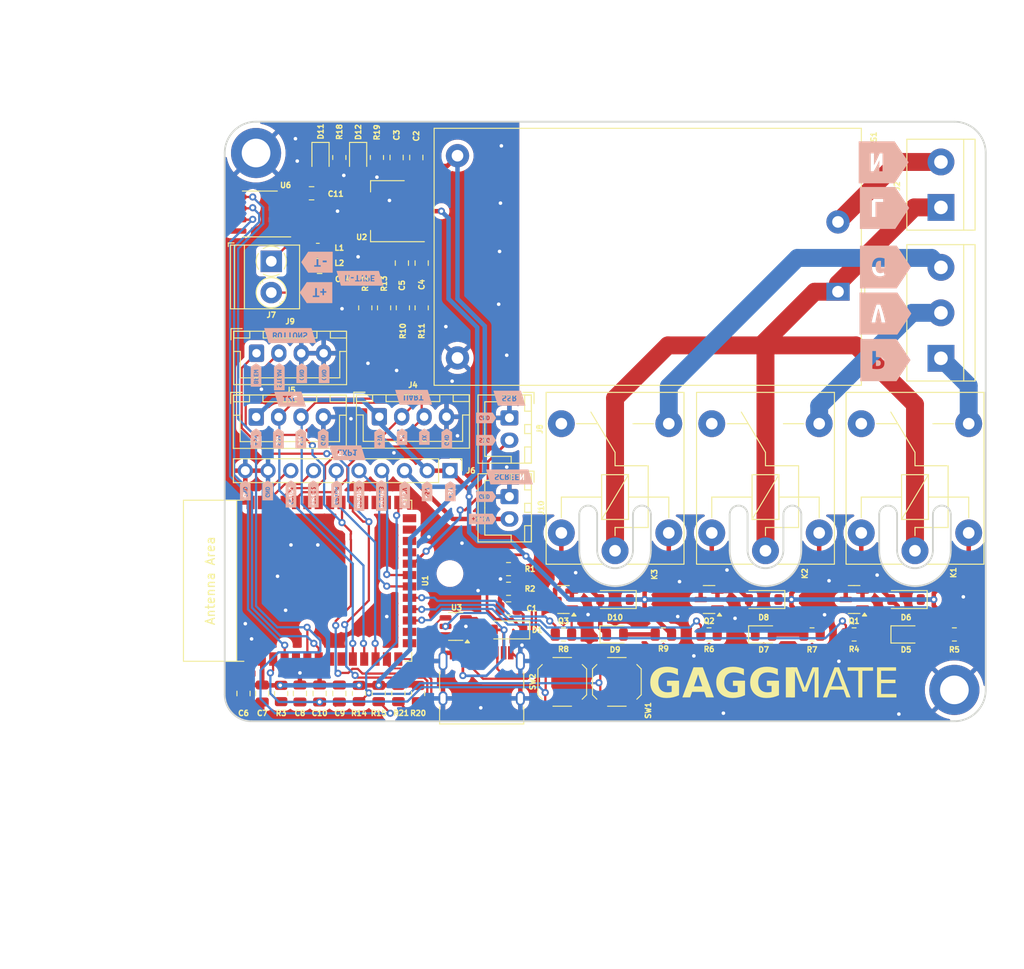
<source format=kicad_pcb>
(kicad_pcb (version 20240108) (generator "pcbnew") (generator_version "8.0")
  (layers (0 "F.Cu" signal) (31 "B.Cu" signal) (34 "B.Paste" user) (35 "F.Paste" user) (36 "B.SilkS" user "B.Silkscreen") (37 "F.SilkS" user "F.Silkscreen") (38 "B.Mask" user) (39 "F.Mask" user) (44 "Edge.Cuts" user))
  (net 0 "")
  (net 1 "+5V")
  (net 2 "Net-(D1-A)")
  (net 3 "GND")
  (net 4 "Net-(J1-CC1)")
  (net 5 "/USB_DP")
  (net 7 "Net-(J1-CC2)")
  (net 9 "LINE")
  (net 10 "NEUT")
  (net 11 "/LINE_PUMP")
  (net 12 "/LINE_VALVE")
  (net 13 "/LINE_GRINDER")
  (net 15 "+3.3V")
  (net 16 "/CHIP_PU")
  (net 17 "/SPI_MISO")
  (net 18 "/SPI_MOSI")
  (net 19 "/SPI_CLK")
  (net 20 "/MAX_CS")
  (net 21 "/SCL")
  (net 22 "/SDA")
  (net 23 "/RELAY_PUMP")
  (net 26 "/RELAY_VALVE")
  (net 27 "/RELAY_GRINDER")
  (net 28 "/GPIO12")
  (net 29 "/GPIO13")
  (net 30 "/SSR")
  (net 31 "/GPIO41")
  (net 32 "/GPIO42")
  (net 33 "/GPIO47")
  (net 35 "/BOOT")
  (net 39 "/GPIO48")
  (net 40 "/GPIO21")
  (net 41 "/GPIO40")
  (net 42 "/UART_RX0")
  (net 43 "/UART_TX0")
  (net 44 "/GPIO2")
  (net 45 "/GPIO1")
  (net 46 "Net-(D5-A)")
  (net 47 "Net-(D7-A)")
  (net 48 "Net-(D9-A)")
  (net 49 "Net-(D5-K)")
  (net 50 "Net-(D10-A)")
  (net 51 "Net-(Q1-B)")
  (net 52 "Net-(Q2-B)")
  (net 53 "Net-(Q3-B)")
  (net 56 "/USB_DN")
  (net 57 "/GPIO8")
  (net 58 "Net-(J7-Pin_1)")
  (net 59 "Net-(J7-Pin_2)")
  (net 60 "Net-(U6-T+)")
  (net 61 "Net-(U6-T-)")
  (net 62 "Net-(D11-K)")
  (net 63 "Net-(D12-K)")
  (net 64 "Net-(D7-K)")
  (net 65 "/BTN_BREW")
  (net 66 "/BTN_STEAM")
  (net 67 "/GPIO16")
  (net 68 "/GPIO15")
  (net 69 "/USB_UF_DP")
  (net 70 "/USB_UF_DN")
  (footprint "MountingHole:MountingHole_2.5mm" (layer "F.Cu") (at 186.86 76.6)
    (property "Reference" "REF**" (hide yes))
    (property "Value" "MountingHole_2.5mm" (hide yes))
  )
  (footprint "Button_Switch_SMD:SW_SPST_SKQG_WithStem" (layer "F.Cu") (at 205.5 88.7 -90)
    (property "Reference" "SW1")
    (property "Value" "SW_Push" (hide yes))
  )
  (footprint "Connector_JST:JST_XH_B2B-XH-A_1x02_P2.50mm_Vertical" (layer "F.Cu") (at 193.5 68 -90)
    (property "Reference" "J10")
    (property "Value" "Conn_01x02" (hide yes))
  )
  (footprint "Capacitor_SMD:C_0805_2012Metric" (layer "F.Cu") (at 180.9 30.1 90)
    (property "Reference" "C3")
    (property "Value" "0.1uF" (hide yes))
  )
  (footprint "Package_TO_SOT_SMD:SOT-23" (layer "F.Cu") (at 199.5375 79.5 180)
    (property "Reference" "Q3")
    (property "Value" "MMBT2222A" (hide yes))
  )
  (footprint "PCM_Espressif:ESP32-S3-WROOM-1" (layer "F.Cu") (at 172.84 77.4 90)
    (property "Reference" "U1")
    (property "Value" "ESP32-S3-WROOM-1" (hide yes))
  )
  (footprint "Relay_THT:Relay_SPDT_Finder_36.11" (layer "F.Cu") (at 238.8 74.05 90)
    (property "Reference" "K1")
    (property "Value" "Relay_SPDT" (hide yes))
  )
  (footprint "Button_Switch_SMD:SW_SPST_SKQG_WithStem" (layer "F.Cu") (at 199.4 88.7 -90)
    (property "Reference" "SW2")
    (property "Value" "SW_Push" (hide yes))
  )
  (footprint "Resistor_SMD:R_0805_2012Metric" (layer "F.Cu") (at 181.6 46.9 -90)
    (property "Reference" "R10")
    (property "Value" "10K" (hide yes))
  )
  (footprint "Resistor_SMD:R_0805_2012Metric" (layer "F.Cu") (at 177.4 46.9 -90)
    (property "Reference" "R12")
    (property "Value" "10K" (hide yes))
  )
  (footprint "LED_SMD:LED_0805_2012Metric" (layer "F.Cu") (at 176.6 30.1 -90)
    (property "Reference" "D12")
    (property "Value" "LED" (hide yes))
  )
  (footprint "LED_SMD:LED_0805_2012Metric" (layer "F.Cu") (at 237.8 83.4)
    (property "Reference" "D5")
    (property "Value" "LED" (hide yes))
  )
  (footprint "Capacitor_SMD:C_0805_2012Metric" (layer "F.Cu") (at 171.4 34.1)
    (property "Reference" "C11")
    (property "Value" "1uF" (hide yes))
  )
  (footprint "Connector_JST:JST_XH_B4B-XH-A_1x04_P2.50mm_Vertical" (layer "F.Cu") (at 165.25 51.975)
    (property "Reference" "J9")
    (property "Value" "Conn_01x04" (hide yes))
  )
  (footprint "Package_TO_SOT_SMD:SOT-23-6" (layer "F.Cu") (at 187.5 82.5 180)
    (property "Reference" "U3")
    (property "Value" "USBLC6-2SC6" (hide yes))
  )
  (footprint "TerminalBlock:TerminalBlock_bornier-3_P5.08mm" (layer "F.Cu") (at 241.7 52.54 90)
    (property "Reference" "J3")
    (property "Value" "Conn_01x03" (hide yes))
  )
  (footprint "Relay_THT:Relay_SPDT_Finder_36.11" (layer "F.Cu") (at 205.3 74.05 90)
    (property "Reference" "K3")
    (property "Value" "Relay_SPDT" (hide yes))
  )
  (footprint "Resistor_SMD:R_0805_2012Metric" (layer "F.Cu") (at 210.7 83.4)
    (property "Reference" "R9")
    (property "Value" "150R" (hide yes))
  )
  (footprint "Package_TO_SOT_SMD:SOT-23" (layer "F.Cu") (at 215.8 79.5 180)
    (property "Reference" "Q2")
    (property "Value" "MMBT2222A" (hide yes))
  )
  (footprint "MountingHole:MountingHole_3.2mm_M3_DIN965_Pad_TopBottom" (layer "F.Cu") (at 165.2 29.6)
    (property "Reference" "H1" (hide yes))
    (property "Value" "MountingHole_Pad" (hide yes))
  )
  (footprint "Diode_SMD:D_SOD-123" (layer "F.Cu") (at 193.4 82.9 180)
    (property "Reference" "D1")
    (property "Value" "1N5819" (hide yes))
  )
  (footprint "Capacitor_SMD:C_0805_2012Metric" (layer "F.Cu") (at 174.5 90 90)
    (property "Reference" "C9")
    (property "Value" "0.1uF" (hide yes))
  )
  (footprint "Resistor_SMD:R_0805_2012Metric" (layer "F.Cu") (at 178.7 30.1 -90)
    (property "Reference" "R19")
    (property "Value" "150R" (hide yes))
  )
  (footprint "Resistor_SMD:R_0805_2012Metric" (layer "F.Cu") (at 227.3 83.4)
    (property "Reference" "R7")
    (property "Value" "150R" (hide yes))
  )
  (footprint "Resistor_SMD:R_0805_2012Metric" (layer "F.Cu") (at 232 83.4 180)
    (property "Reference" "R4")
    (property "Value" "1K" (hide yes))
  )
  (footprint "Resistor_SMD:R_0805_2012Metric" (layer "F.Cu") (at 199.5375 83.4 180)
    (property "Reference" "R8")
    (property "Value" "1K" (hide yes))
  )
  (footprint "Resistor_SMD:R_0805_2012Metric" (layer "F.Cu") (at 178.9 90 -90)
    (property "Reference" "R15")
    (property "Value" "10K" (hide yes))
  )
  (footprint "TerminalBlock_Phoenix:TerminalBlock_Phoenix_PT-1,5-2-3.5-H_1x02_P3.50mm_Horizontal" (layer "F.Cu") (at 166.9 41.7 -90)
    (property "Reference" "J7")
    (property "Value" "Conn_01x02" (hide yes))
  )
  (footprint "Diode_SMD:D_SOD-123" (layer "F.Cu") (at 221.9 79.5 180)
    (property "Reference" "D8")
    (property "Value" "1N4148W" (hide yes))
  )
  (footprint "Package_SO:SOIC-8_3.9x4.9mm_P1.27mm" (layer "F.Cu") (at 165.625 36.413299 180)
    (property "Reference" "U6")
    (property "Value" "MAX31855EASA" (hide yes))
  )
  (footprint "Connector_JST:JST_XH_B4B-XH-A_1x04_P2.50mm_Vertical" (layer "F.Cu") (at 178.97 59.075)
    (property "Reference" "J4")
    (property "Value" "Conn_01x04" (hide yes))
  )
  (footprint "Resistor_SMD:R_0805_2012Metric" (layer "F.Cu") (at 176.7 90 -90)
    (property "Reference" "R14")
    (property "Value" "10K" (hide yes))
  )
  (footprint "LED_SMD:LED_0805_2012Metric" (layer "F.Cu") (at 172.4 30.1 -90)
    (property "Reference" "D11")
    (property "Value" "LED" (hide yes))
  )
  (footprint "Capacitor_SMD:C_0805_2012Metric" (layer "F.Cu") (at 172.3 90 90)
    (property "Reference" "C10")
    (property "Value" "0.1uF" (hide yes))
  )
  (footprint "MountingHole:MountingHole_3.2mm_M3_DIN965_Pad_TopBottom" (layer "F.Cu") (at 243.2 89.6)
    (property "Reference" "H1" (hide yes))
    (property "Value" "MountingHole_Pad" (hide yes))
  )
  (footprint "Package_TO_SOT_SMD:SOT-23" (layer "F.Cu") (at 232 79.5 180)
    (property "Reference" "Q1")
    (property "Value" "MMBT2222A" (hide yes))
  )
  (footprint "Resistor_SMD:R_0805_2012Metric" (layer "F.Cu") (at 215.8 83.4 180)
    (property "Reference" "R6")
    (property "Value" "1K" (hide yes))
  )
  (footprint "Capacitor_SMD:C_0805_2012Metric" (layer "F.Cu") (at 193.4 80.5 180)
    (property "Reference" "C1")
    (property "Value" "10uF" (hide yes))
  )
  (footprint "Diode_SMD:D_SOD-123" (layer "F.Cu") (at 205.3 79.5 180)
    (property "Reference" "D10")
    (property "Value" "1N4148W" (hide yes))
  )
  (footprint "Connector_USB:USB_C_Receptacle_HRO_TYPE-C-31-M-12" (layer "F.Cu") (at 190.4 89.5)
    (property "Reference" "J1" (hide yes))
    (property "Value" "USB_C_Receptacle" (hide yes))
  )
  (footprint "Capacitor_SMD:C_0805_2012Metric" (layer "F.Cu") (at 163.8 90 -90)
    (property "Reference" "C6")
    (property "Value" "10uF" (hide yes))
  )
  (footprint "Resistor_SMD:R_0805_2012Metric" (layer "F.Cu") (at 179.5 46.9 -90)
    (property "Reference" "R13")
    (property "Value" "10K" (hide yes))
  )
  (footprint "Converter_ACDC:Converter_ACDC_HiLink_HLK-10Mxx" (layer "F.Cu") (at 230.2 45.1 180)
    (property "Reference" "PS1")
    (property "Value" "HLK-10M05" (hide yes))
  )
  (footprint "Capacitor_SMD:C_0805_2012Metric" (layer "F.Cu") (at 183.7 41.9 -90)
    (property "Reference" "C4")
    (property "Value" "10uF" (hide yes))
  )
  (footprint "Resistor_SMD:R_0805_2012Metric" (layer "F.Cu") (at 193.4 76.1)
    (property "Reference" "R1")
    (property "Value" "5.1K" (hide yes))
  )
  (footprint "Inductor_SMD:L_0603_1608Metric" (layer "F.Cu") (at 172.1 41.9)
    (property "Reference" "L2")
    (property "Value" "470R" (hide yes))
  )
  (footprint "Resistor_SMD:R_0805_2012Metric" (layer "F.Cu") (at 183.7 46.9 -90)
    (property "Reference" "R11")
    (property "Value" "10K" (hide yes))
  )
  (footprint "Connector_JST:JST_XH_B2B-XH-A_1x02_P2.50mm_Vertical" (layer "F.Cu") (at 193.5 59.2 -90)
    (property "Reference" "J8")
    (property "Value" "Conn_01x02" (hide yes))
  )
  (footprint "Resistor_SMD:R_0805_2012Metric" (layer "F.Cu") (at 181.1 90 -90)
    (property "Reference" "R21")
    (property "Value" "10K" (hide yes))
  )
  (footprint "Resistor_SMD:R_0805_2012Metric" (layer "F.Cu") (at 183.3 90.0125 -90)
    (property "Reference" "R20")
    (property "Value" "10K" (hide yes))
  )
  (footprint "Resistor_SMD:R_0805_2012Metric" (layer "F.Cu") (at 193.4 78.3)
    (property "Reference" "R2")
    (property "Value" "5.1K" (hide yes))
  )
  (footprint "Connector_PinHeader_2.54mm:PinHeader_1x10_P2.54mm_Vertical" (layer "F.Cu") (at 186.86 65.1 -90)
    (property "Reference" "J6")
    (property "Value" "Conn_01x10" (hide yes))
  )
  (footprint "Capacitor_SMD:C_0805_2012Metric" (layer "F.Cu") (at 183.1 30.1 90)
    (property "Reference" "C2")
    (property "Value" "10uF" (hide yes))
  )
  (footprint "Capacitor_SMD:C_0805_2012Metric" (layer "F.Cu") (at 170.1 90 90)
    (property "Reference" "C8")
    (property "Value" "1uF" (hide yes))
  )
  (footprint "LED_SMD:LED_0805_2012Metric" (layer "F.Cu") (at 221.9 83.4)
    (property "Reference" "D7")
    (property "Value" "LED" (hide yes))
  )
  (footprint "TerminalBlock:TerminalBlock_bornier-2_P5.08mm" (layer "F.Cu") (at 241.7 35.68 90)
    (property "Reference" "J2")
    (property "Value" "Conn_01x02" (hide yes))
  )
  (footprint "Capacitor_SMD:C_0805_2012Metric" (layer "F.Cu") (at 181.49 41.9 -90)
    (property "Reference" "C5")
    (property "Value" "0.1uF" (hide yes))
  )
  (footprint "Connector_JST:JST_XH_B4B-XH-A_1x04_P2.50mm_Vertical" (layer "F.Cu") (at 165.22 59.1)
    (property "Reference" "J5")
    (property "Value" "Conn_01x04" (hide yes))
  )
  (footprint "Capacitor_SMD:C_0805_2012Metric" (layer "F.Cu") (at 165.89 90 -90)
    (property "Reference" "C7")
    (property "Value" "0.1uF" (hide yes))
  )
  (footprint "Package_TO_SOT_SMD:SOT-223-3_TabPin2" (layer "F.Cu") (at 179.9 36.1 180)
    (property "Reference" "U2")
    (property "Value" "AMS1117-3.3" (hide yes))
  )
  (footprint "Resistor_SMD:R_0805_2012Metric" (layer "F.Cu") (at 243.2 83.4)
    (property "Reference" "R5")
    (property "Value" "150R" (hide yes))
  )
  (footprint "Relay_THT:Relay_SPDT_Finder_36.11" (layer "F.Cu") (at 222.1 74.05 90)
    (property "Reference" "K2")
    (property "Value" "Relay_SPDT" (hide yes))
  )
  (footprint "LED_SMD:LED_0805_2012Metric" (layer "F.Cu") (at 205.3 83.4)
    (property "Reference" "D9")
    (property "Value" "LED" (hide yes))
  )
  (footprint "Resistor_SMD:R_0805_2012Metric" (layer "F.Cu") (at 168 90 -90)
    (property "Reference" "R3")
    (property "Value" "10K" (hide yes))
  )
  (footprint "Diode_SMD:D_SOD-123" (layer "F.Cu") (at 237.8 79.5 180)
    (property "Reference" "D6")
    (property "Value" "1N4148W" (hide yes))
  )
  (footprint "Inductor_SMD:L_0603_1608Metric" (layer "F.Cu") (at 172.1 40.2)
    (property "Reference" "L1")
    (property "Value" "470R" (hide yes))
  )
  (footprint "Resistor_SMD:R_0805_2012Metric" (layer "F.Cu") (at 174.5 30.1 -90)
    (property "Reference" "R18")
    (property "Value" "68R" (hide yes))
  )
  (footprint "Capacitor_SMD:C_0805_2012Metric" (layer "F.Cu") (at 172.3 43.8)
    (property "Reference" "C14")
    (property "Value" "10nF" (hide yes))
  )
  (footprint "kibuzzard-6732266F" (layer "B.Cu") (at 169.1 67.7 90)
    (property "Reference" "kibuzzard-6732266F" (hide yes))
    (property "Value" "G***" (hide yes))
  )
  (footprint "kibuzzard-67322650" (layer "B.Cu") (at 186.9 67.4 90)
    (property "Reference" "kibuzzard-67322650" (hide yes))
    (property "Value" "G***" (hide yes))
  )
  (footprint "kibuzzard-67322749" (layer "B.Cu") (at 193.5 65.8)
    (property "Reference" "kibuzzard-67322749" (hide yes))
    (property "Value" "G***" (hide yes))
  )
  (footprint "kibuzzard-67322796" (layer "B.Cu") (at 235.5 42.34)
    (property "Reference" "kibuzzard-67322796" (hide yes))
    (property "Value" "G***" (hide yes))
  )
  (footprint "kibuzzard-6735A9FB" (layer "B.Cu") (at 235.3 30.64)
    (property "Reference" "kibuzzard-6735A9FB" (hide yes))
    (property "Value" "G***" (hide yes))
  )
  (footprint "kibuzzard-67322681" (layer "B.Cu") (at 171.6 67.7 90)
    (property "Reference" "kibuzzard-67322681" (hide yes))
    (property "Value" "G***" (hide yes))
  )
  (footprint "kibuzzard-6732279D" (layer "B.Cu") (at 235.5 52.74)
    (property "Reference" "kibuzzard-6732279D" (hide yes))
    (property "Value" "G***" (hide yes))
  )
  (footprint "kibuzzard-67322755" (layer "B.Cu") (at 169 57.1)
    (property "Reference" "kibuzzard-67322755" (hide yes))
    (property "Value" "G***" (hide yes))
  )
  (footprint "kibuzzard-6735A9F6" (layer "B.Cu") (at 235.4 35.74)
    (property "Reference" "kibuzzard-6735A9F6" (hide yes))
    (property "Value" "G***" (hide yes))
  )
  (footprint "kibuzzard-673226D2" (layer "B.Cu") (at 190.9 61.7)
    (property "Reference" "kibuzzard-673226D2" (hide yes))
    (property "Value" "G***" (hide yes))
  )
  (footprint "kibuzzard-67322649" (layer "B.Cu") (at 166.5 67.3 90)
    (property "Reference" "kibuzzard-67322649" (hide yes))
    (property "Value" "G***" (hide yes))
  )
  (footprint "kibuzzard-6732270D" (layer "B.Cu") (at 181.5 61.3 90)
    (property "Reference" "kibuzzard-6732270D" (hide yes))
    (property "Value" "G***" (hide yes))
  )
  (footprint "kibuzzard-67322649" (layer "B.Cu") (at 172.8 54.2 90)
    (property "Reference" "kibuzzard-67322649" (hide yes))
    (property "Value" "G***" (hide yes))
  )
  (footprint "kibuzzard-673226BE" (layer "B.Cu") (at 167.8 54.6 90)
    (property "Reference" "kibuzzard-673226BE" (hide yes))
    (property "Value" "G***" (hide yes))
  )
  (footprint "kibuzzard-67322833" (layer "B.Cu") (at 193.5 57)
    (property "Reference" "kibuzzard-67322833" (hide yes))
    (property "Value" "G***" (hide yes))
  )
  (footprint "kibuzzard-67322650" (layer "B.Cu") (at 165.2 61.5 90)
    (property "Reference" "kibuzzard-67322650" (hide yes))
    (property "Value" "G***" (hide yes))
  )
  (footprint "kibuzzard-67322650" (layer "B.Cu") (at 184.3 67.4 90)
    (property "Reference" "kibuzzard-67322650" (hide yes))
    (property "Value" "G***" (hide yes))
  )
  (footprint "kibuzzard-6732277B" (layer "B.Cu") (at 175.4 63.1)
    (property "Reference" "kibuzzard-6732277B" (hide yes))
    (property "Value" "G***" (hide yes))
  )
  (footprint "kibuzzard-67322649" (layer "B.Cu") (at 164 67.3 90)
    (property "Reference" "kibuzzard-67322649" (hide yes))
    (property "Value" "G***" (hide yes))
  )
  (footprint "kibuzzard-67322783" (layer "B.Cu") (at 176.8 43.6)
    (property "Reference" "kibuzzard-67322783" (hide yes))
    (property "Value" "G***" (hide yes))
  )
  (footprint "kibuzzard-67322575" (layer "B.Cu") (at 172 41.8)
    (property "Reference" "kibuzzard-67322575" (hide yes))
    (property "Value" "G***" (hide yes))
  )
  (footprint "kibuzzard-673226A8" (layer "B.Cu") (at 179.2 67.870338 90)
    (property "Reference" "kibuzzard-673226A8" (hide yes))
    (property "Value" "G***" (hide yes))
  )
  (footprint "kibuzzard-67322649" (layer "B.Cu") (at 190.9 59.2)
    (property "Reference" "kibuzzard-67322649" (hide yes))
    (property "Value" "G***" (hide yes))
  )
  (footprint "kibuzzard-67322686" (layer "B.Cu") (at 174.2 67.7 90)
    (property "Reference" "kibuzzard-67322686" (hide yes))
    (property "Value" "G***" (hide yes))
  )
  (footprint "kibuzzard-67322649" (layer "B.Cu") (at 186.5 61.5 90)
    (property "Reference" "kibuzzard-67322649" (hide yes))
    (property "Value" "G***" (hide yes))
  )
  (footprint "kibuzzard-673226A0" (layer "B.Cu") (at 176.7 67.870338 90)
    (property "Reference" "kibuzzard-673226A0" (hide yes))
    (property "Value" "G***" (hide yes))
  )
  (footprint "kibuzzard-67322714" (layer "B.Cu") (at 184 61.3 90)
    (property "Reference" "kibuzzard-67322714" (hide yes))
    (property "Value" "G***" (hide yes))
  )
  (footprint "kibuzzard-67322649" (layer "B.Cu") (at 190.9 68)
    (property "Reference" "kibuzzard-67322649" (hide yes))
    (property "Value" "G***" (hide yes))
  )
  (footprint "kibuzzard-67322768" (layer "B.Cu") (at 169 50)
    (property "Reference" "kibuzzard-67322768" (hide yes))
    (property "Value" "G***" (hide yes))
  )
  (footprint "kibuzzard-6732257B" (layer "B.Cu") (at 171.9 45.2)
    (property "Reference" "kibuzzard-6732257B" (hide yes))
    (property "Value" "G***" (hide yes))
  )
  (footprint "kibuzzard-673226B7" (layer "B.Cu") (at 165.2 54.4 90)
    (property "Reference" "kibuzzard-673226B7" (hide yes))
    (property "Value" "G***" (hide yes))
  )
  (footprint "kibuzzard-673226AF" (layer "B.Cu") (at 190.5 70.5)
    (property "Reference" "kibuzzard-673226AF" (hide yes))
    (property "Value" "G***" (hide yes))
  )
  (footprint "kibuzzard-673226AF" (layer "B.Cu") (at 181.8 67.8 90)
    (property "Reference" "kibuzzard-673226AF" (hide yes))
    (property "Value" "G***" (hide yes))
  )
  (footprint "kibuzzard-6732261A" (layer "B.Cu") (at 170.2 61.5 90)
    (property "Reference" "kibuzzard-6732261A" (hide yes))
    (property "Value" "G***" (hide yes))
  )
  (footprint "kibuzzard-6732274F" (layer "B.Cu") (at 182.8 56.9)
    (property "Reference" "kibuzzard-6732274F" (hide yes))
    (property "Value" "G***" (hide yes))
  )
  (footprint "kibuzzard-67322655" (layer "B.Cu") (at 167.7 61.5 90)
    (property "Reference" "kibuzzard-67322655" (hide yes))
    (property "Value" "G***" (hide yes))
  )
  (footprint "kibuzzard-67322649" (layer "B.Cu") (at 172.7 61.5 90)
    (property "Reference" "kibuzzard-67322649" (hide yes))
    (property "Value" "G***" (hide yes))
  )
  (footprint "kibuzzard-67322650" (layer "B.Cu") (at 179 61.5 90)
    (property "Reference" "kibuzzard-67322650" (hide yes))
    (property "Value" "G***" (hide yes))
  )
  (footprint "kibuzzard-6732278E" (layer "B.Cu") (at 235.5 47.54)
    (property "Reference" "kibuzzard-6732278E" (hide yes))
    (property "Value" "G***" (hide yes))
  )
  (footprint "kibuzzard-67322649" (layer "B.Cu") (at 170.3 54.2 90)
    (property "Reference" "kibuzzard-67322649" (hide yes))
    (property "Value" "G***" (hide yes))
  )
  (gr_arc (start 234.8 70) (mid 235.092893 69.292893) (end 235.8 69) (stroke (width 0.2)) (layer "Edge.Cuts"))
  (gr_arc (start 207.3 74) (mid 205.3 76) (end 203.3 74) (stroke (width 0.2)) (layer "Edge.Cuts"))
  (gr_line (start 218.1 70) (end 218.1 74) (stroke (width 0.2)) (layer "Edge.Cuts"))
  (gr_arc (start 246.7 89.6) (mid 245.674874 92.074873) (end 243.2 93.1) (stroke (width 0.2)) (layer "Edge.Cuts"))
  (gr_arc (start 241.8 69) (mid 242.507107 69.292893) (end 242.8 70) (stroke (width 0.2)) (layer "Edge.Cuts"))
  (gr_arc (start 207.3 70) (mid 207.592893 69.292893) (end 208.3 69) (stroke (width 0.2)) (layer "Edge.Cuts"))
  (gr_line (start 161.7 29.6) (end 161.7 90.1) (stroke (width 0.2)) (layer "Edge.Cuts"))
  (gr_line (start 220.1 74) (end 220.1 70) (stroke (width 0.2)) (layer "Edge.Cuts"))
  (gr_arc (start 164.7 93.1) (mid 162.578679 92.221321) (end 161.7 90.1) (stroke (width 0.2)) (layer "Edge.Cuts"))
  (gr_arc (start 202.3 69) (mid 203.007107 69.292893) (end 203.3 70) (stroke (width 0.2)) (layer "Edge.Cuts"))
  (gr_arc (start 240.8 74) (mid 238.8 76) (end 236.8 74) (stroke (width 0.2)) (layer "Edge.Cuts"))
  (gr_arc (start 201.3 70) (mid 201.592893 69.292893) (end 202.3 69) (stroke (width 0.2)) (layer "Edge.Cuts"))
  (gr_arc (start 226.1 74) (mid 224.928427 76.828427) (end 222.1 78) (stroke (width 0.2)) (layer "Edge.Cuts"))
  (gr_line (start 201.3 70) (end 201.3 74) (stroke (width 0.2)) (layer "Edge.Cuts"))
  (gr_line (start 207.3 74) (end 207.3 70) (stroke (width 0.2)) (layer "Edge.Cuts"))
  (gr_line (start 209.3 74) (end 209.3 70) (stroke (width 0.2)) (layer "Edge.Cuts"))
  (gr_arc (start 205.3 78) (mid 202.471573 76.828427) (end 201.3 74) (stroke (width 0.2)) (layer "Edge.Cuts"))
  (gr_arc (start 222.1 78) (mid 219.271573 76.828427) (end 218.1 74) (stroke (width 0.2)) (layer "Edge.Cuts"))
  (gr_line (start 236.8 74) (end 236.8 70) (stroke (width 0.2)) (layer "Edge.Cuts"))
  (gr_arc (start 242.8 74) (mid 241.628427 76.828427) (end 238.8 78) (stroke (width 0.2)) (layer "Edge.Cuts"))
  (gr_arc (start 238.8 78) (mid 235.971573 76.828427) (end 234.8 74) (stroke (width 0.2)) (layer "Edge.Cuts"))
  (gr_line (start 246.7 89.6) (end 246.7 29.6) (stroke (width 0.2)) (layer "Edge.Cuts"))
  (gr_arc (start 209.3 74) (mid 208.128427 76.828427) (end 205.3 78) (stroke (width 0.2)) (layer "Edge.Cuts"))
  (gr_line (start 240.8 74) (end 240.8 70) (stroke (width 0.2)) (layer "Edge.Cuts"))
  (gr_arc (start 240.8 70) (mid 241.092893 69.292893) (end 241.8 69) (stroke (width 0.2)) (layer "Edge.Cuts"))
  (gr_line (start 164.7 93.1) (end 243.2 93.1) (stroke (width 0.2)) (layer "Edge.Cuts"))
  (gr_arc (start 243.2 26.1) (mid 245.674873 27.125126) (end 246.7 29.6) (stroke (width 0.2)) (layer "Edge.Cuts"))
  (gr_arc (start 208.3 69) (mid 209.007107 69.292893) (end 209.3 70) (stroke (width 0.2)) (layer "Edge.Cuts"))
  (gr_line (start 203.3 74) (end 203.3 70) (stroke (width 0.2)) (layer "Edge.Cuts"))
  (gr_arc (start 235.8 69) (mid 236.507107 69.292893) (end 236.8 70) (stroke (width 0.2)) (layer "Edge.Cuts"))
  (gr_arc (start 219.1 69) (mid 219.807107 69.292893) (end 220.1 70) (stroke (width 0.2)) (layer "Edge.Cuts"))
  (gr_arc (start 224.1 74) (mid 222.1 76) (end 220.1 74) (stroke (width 0.2)) (layer "Edge.Cuts"))
  (gr_line (start 242.8 74) (end 242.8 70) (stroke (width 0.2)) (layer "Edge.Cuts"))
  (gr_arc (start 224.1 70) (mid 224.392893 69.292893) (end 225.1 69) (stroke (width 0.2)) (layer "Edge.Cuts"))
  (gr_line (start 224.1 74) (end 224.1 70) (stroke (width 0.2)) (layer "Edge.Cuts"))
  (gr_line (start 226.1 74) (end 226.1 70) (stroke (width 0.2)) (layer "Edge.Cuts"))
  (gr_arc (start 218.1 70) (mid 218.392893 69.292893) (end 219.1 69) (stroke (width 0.2)) (layer "Edge.Cuts"))
  (gr_arc (start 225.1 69) (mid 225.807107 69.292893) (end 226.1 70) (stroke (width 0.2)) (layer "Edge.Cuts"))
  (gr_arc (start 161.7 29.6) (mid 162.725126 27.125127) (end 165.2 26.1) (stroke (width 0.2)) (layer "Edge.Cuts"))
  (gr_line (start 243.2 26.1) (end 165.2 26.1) (stroke (width 0.2)) (layer "Edge.Cuts"))
  (gr_line (start 234.8 70) (end 234.8 74) (stroke (width 0.2)) (layer "Edge.Cuts"))
  (gr_text "MATE" (at 224.5 91 0) (layer "F.SilkS") (effects (font (size 3.3 3.3) (thickness 0.1875)) (justify left bottom)))
  (gr_text "GAGGI" (at 209 91 0) (layer "F.SilkS") (effects (font (size 3.3 3.3) (thickness 0.75) (bold yes)) (justify left bottom)))
  (segment (start 192 81.7) (end 191 80.7) (width 0.3) (layer "F.Cu") (net 1))
  (segment (start 193.85 81.7) (end 192 81.7) (width 0.3) (layer "F.Cu") (net 1))
  (segment (start 177.3 33.4) (end 180.5 33.4) (width 0.5) (layer "F.Cu") (net 1))
  (segment (start 206.95 79.5) (end 208.6 79.5) (width 0.5) (layer "F.Cu") (net 1))
  (segment (start 211.3 75.9125) (end 211.3 72.05) (width 0.5) (layer "F.Cu") (net 1))
  (segment (start 189 68) (end 189 67.24) (width 0.5) (layer "F.Cu") (net 1))
  (segment (start 195.05 82.9) (end 195.05 81.2) (width 0.3) (layer "F.Cu") (net 1))
  (segment (start 180.5 33.4) (end 180.9 33) (width 0.5) (layer "F.Cu") (net 1))
  (segment (start 223.55 79.5) (end 225 79.5) (width 0.5) (layer "F.Cu") (net 1))
  (segment (start 225 79.5) (end 225 80.1875) (width 0.5) (layer "F.Cu") (net 1))
  (segment (start 192 74.5) (end 195 74.5) (width 0.3) (layer "F.Cu") (net 1))
  (segment (start 225 79.5) (end 225 78.8125) (width 0.5) (layer "F.Cu") (net 1))
  (segment (start 176.6 31.0375) (end 176.6 32.7) (width 0.5) (layer "F.Cu") (net 1))
  (segment (start 191 75.5) (end 192 74.5) (width 0.3) (layer "F.Cu") (net 1))
  (segment (start 208.6 79.5) (end 208.6 78.6125) (width 0.5) (layer "F.Cu") (net 1))
  (segment (start 183.1 31.05) (end 186.55 31.05) (width 0.5) (layer "F.Cu") (net 1))
  (segment (start 195.05 82.9) (end 193.85 81.7) (width 0.3) (layer "F.Cu") (net 1))
  (segment (start 180.9 31.05) (end 183.1 31.05) (width 0.5) (layer "F.Cu") (net 1))
  (segment (start 189 67.24) (end 186.86 65.1) (width 0.5) (layer "F.Cu") (net 1))
  (segment (start 240.9 78.8125) (end 244.8 74.9125) (width 0.5) (layer "F.Cu") (net 1))
  (segment (start 183.05 33.8) (end 183.05 31.1) (width 0.5) (layer "F.Cu") (net 1))
  (segment (start 240.9 79.5) (end 240.9 80.1875) (width 0.5) (layer "F.Cu") (net 1))
  (segment (start 176.6 32.7) (end 177.3 33.4) (width 0.5) (layer "F.Cu") (net 1))
  (segment (start 183.05 31.1) (end 183.1 31.05) (width 0.5) (layer "F.Cu") (net 1))
  (segment (start 239.45 79.5) (end 240.9 79.5) (width 0.5) (layer "F.Cu") (net 1))
  (segment (start 240.9 79.5) (end 240.9 78.8125) (width 0.5) (layer "F.Cu") (net 1))
  (segment (start 195.05 81.2) (end 194.35 80.5) (width 0.3) (layer "F.Cu") (net 1))
  (segment (start 191 80.7) (end 191 75.5) (width 0.3) (layer "F.Cu") (net 1))
  (segment (start 225 80.1875) (end 228.2125 83.4) (width 0.5) (layer "F.Cu") (net 1))
  (segment (start 208.6 80.3875) (end 211.6125 83.4) (width 0.5) (layer "F.Cu") (net 1))
  (segment (start 225 78.8125) (end 228.1 75.7125) (width 0.5) (layer "F.Cu") (net 1))
  (segment (start 240.9 80.1875) (end 244.1125 83.4) (width 0.5) (layer "F.Cu") (net 1))
  (segment (start 208.6 78.6125) (end 211.3 75.9125) (width 0.5) (layer "F.Cu") (net 1))
  (segment (start 208.6 79.5) (end 208.6 80.3875) (width 0.5) (layer "F.Cu") (net 1))
  (segment (start 244.8 74.9125) (end 244.8 72.05) (width 0.5) (layer "F.Cu") (net 1))
  (segment (start 180.9 33) (end 180.9 31.05) (width 0.5) (layer "F.Cu") (net 1))
  (segment (start 228.1 75.7125) (end 228.1 72.55) (width 0.5) (layer "F.Cu") (net 1))
  (segment (start 186.55 31.05) (end 187.7 29.9) (width 0.5) (layer "F.Cu") (net 1))
  (segment (start 184.32 65.1) (end 186.86 65.1) (width 0.5) (layer "F.Cu") (net 1))
  (via (at 225 79.5) (size 0.8) (drill 0.4) (layers "F.Cu" "B.Cu") (net 1))
  (via (at 208.6 79.5) (size 0.8) (drill 0.4) (layers "F.Cu" "B.Cu") (net 1))
  (via (at 195.35 74.65) (size 0.8) (drill 0.4) (layers "F.Cu" "B.Cu") (net 1))
  (via (at 240.9 79.5) (size 0.8) (drill 0.4) (layers "F.Cu" "B.Cu") (net 1))
  (via (at 189 68) (size 0.8) (drill 0.4) (layers "F.Cu" "B.Cu") (net 1))
  (segment (start 178.97 59.75) (end 178.97 59.075) (width 0.5) (layer "B.Cu") (net 1))
  (segment (start 178.97 59.075) (end 177.095 57.2) (width 0.5) (layer "B.Cu") (net 1))
  (segment (start 189 68) (end 189 67.08995) (width 0.5) (layer "B.Cu") (net 1))
  (segment (start 167.12 57.2) (end 165.22 59.1) (width 0.5) (layer "B.Cu") (net 1))
  (segment (start 187.7 45.9) (end 187.7 29.9) (width 0.5) (layer "B.Cu") (net 1))
  (segment (start 200.2 79.5) (end 195.35 74.65) (width 0.5) (layer "B.Cu") (net 1))
  (segment (start 225 79.5) (end 208.6 79.5) (width 0.5) (layer "B.Cu") (net 1))
  (segment (start 195.35 74.65) (end 193.7 73) (width 0.5) (layer "B.Cu") (net 1))
  (segment (start 190.7495 65.1) (end 190.7495 48.9495) (width 0.5) (layer "B.Cu") (net 1))
  (segment (start 189 67.08995) (end 190.7495 65.34045) (width 0.5) (layer "B.Cu") (net 1))
  (segment (start 190 73) (end 189 72) (width 0.5) (layer "B.Cu") (net 1))
  (segment (start 184.32 65.1) (end 178.97 59.75) (width 0.5) (layer "B.Cu") (net 1))
  (segment (start 189 72) (end 189 68) (width 0.5) (layer "B.Cu") (net 1))
  (segment (start 190.7495 48.9495) (end 187.7 45.9) (width 0.5) (layer "B.Cu") (net 1))
  (segment (start 177.095 57.2) (end 167.12 57.2) (width 0.5) (layer "B.Cu") (net 1))
  (segment (start 208.6 79.5) (end 200.2 79.5) (width 0.5) (layer "B.Cu") (net 1))
  (segment (start 190.7495 65.34045) (end 190.7495 65.1) (width 0.5) (layer "B.Cu") (net 1))
  (segment (start 193.7 73) (end 190 73) (width 0.5) (layer "B.Cu") (net 1))
  (segment (start 225 79.5) (end 240.9 79.5) (width 0.5) (layer "B.Cu") (net 1))
  (segment (start 188.3 88) (end 188.3 86.474976) (width 0.3) (layer "F.Cu") (net 2))
  (segment (start 188.3 86.474976) (end 187.95 86.124976) (width 0.3) (layer "F.Cu") (net 2))
  (segment (start 191.75 82.9) (end 191.7 82.9) (width 0.5) (layer "F.Cu") (net 2))
  (segment (start 192.9 82.9) (end 192.85 82.95) (width 0.3) (layer "F.Cu") (net 2))
  (segment (start 187.95 86.124976) (end 187.95 85.455) (width 0.3) (layer "F.Cu") (net 2))
  (segment (start 191.75 82.9) (end 192.9 82.9) (width 0.3) (layer "F.Cu") (net 2))
  (segment (start 192.85 82.95) (end 192.85 85.455) (width 0.3) (layer "F.Cu") (net 2))
  (via (at 192.9 82.9) (size 0.8) (drill 0.4) (layers "F.Cu" "B.Cu") (net 2))
  (via (at 188.3 88) (size 0.8) (drill 0.4) (layers "F.Cu" "B.Cu") (net 2))
  (via (at 186.3625 82.5) (size 0.8) (drill 0.4) (layers "F.Cu" "B.Cu") (net 2))
  (segment (start 188.325 88.025) (end 188.3 88) (width 0.3) (layer "B.Cu") (net 2))
  (segment (start 192.9 86.060661) (end 190.935661 88.025) (width 0.3) (layer "B.Cu") (net 2))
  (segment (start 191 81) (end 192.9 82.9) (width 0.25) (layer "B.Cu") (net 2))
  (segment (start 190.935661 88.025) (end 188.325 88.025) (width 0.3) (layer "B.Cu") (net 2))
  (segment (start 186.3625 82.5) (end 187.8625 81) (width 0.25) (layer "B.Cu") (net 2))
  (segment (start 187.8625 81) (end 191 81) (width 0.25) (layer "B.Cu") (net 2))
  (segment (start 192.9 82.9) (end 192.9 86.060661) (width 0.3) (layer "B.Cu") (net 2))
  (segment (start 169.575 89.3375) (end 169.575 89.05) (width 0.25) (layer "F.Cu") (net 3))
  (segment (start 193.805 85.455) (end 194.72 86.37) (width 0.25) (layer "F.Cu") (net 3))
  (segment (start 193.65 85.455) (end 193.805 85.455) (width 0.25) (layer "F.Cu") (net 3))
  (via (at 187.1 55.1) (size 0.8) (drill 0.4) (layers "F.Cu" "B.Cu") (net 3))
  (via (at 187.7 61.2) (size 0.8) (drill 0.4) (layers "F.Cu" "B.Cu") (net 3))
  (via (at 212.5 77.5) (size 0.8) (drill 0.4) (layers "F.Cu" "B.Cu") (net 3))
  (via (at 192.4 40.6) (size 0.8) (drill 0.4) (layers "F.Cu" "B.Cu") (net 3))
  (via (at 186.4 49) (size 0.8) (drill 0.4) (layers "F.Cu" "B.Cu") (net 3))
  (via (at 192.5 35.2) (size 0.8) (drill 0.4) (layers "F.Cu" "B.Cu") (net 3))
  (via (at 229.2 77.4) (size 0.8) (drill 0.4) (layers "F.Cu" "B.Cu") (net 3))
  (via (at 174.8 47) (size 0.8) (drill 0.4) (layers "F.Cu" "B.Cu") (net 3))
  (via (at 193.2 64.7) (size 0.8) (drill 0.4) (layers "F.Cu" "B.Cu") (net 3))
  (via (at 168.5 80.7) (size 0.8) (drill 0.4) (layers "F.Cu" "B.Cu") (net 3))
  (via (at 169.6 28) (size 0.8) (drill 0.4) (layers "F.Cu" "B.Cu") (net 3))
  (via (at 179.8 81.4) (size 0.8) (drill 0.4) (layers "F.Cu" "B.Cu") (net 3))
  (via (at 217.4 92.2) (size 0.8) (drill 0.4) (layers "F.Cu" "B.Cu") (net 3))
  (via (at 177.7 53.1) (size 0.8) (drill 0.4) (layers "F.Cu" "B.Cu") (net 3))
  (via (at 165.8 56) (size 0.8) (drill 0.4) (layers "F.Cu" "B.Cu") (net 3))
  (via (at 180.9 53.9) (size 0.8) (drill 0.4) (layers "F.Cu" "B.Cu") (net 3))
  (via (at 175 32.1) (size 0.8) (drill 0.4) (layers "F.Cu" "B.Cu") (net 3))
  (via (at 164.7 83.9) (size 0.8) (drill 0.4) (layers "F.Cu" "B.Cu") (net 3))
  (via (at 192.5 77.2) (size 0.8) (drill 0.4) (layers "F.Cu" "B.Cu") (net 3))
  (via (at 175.8 59.3) (size 0.8) (drill 0.4) (layers "F.Cu" "B.Cu") (net 3))
  (via (at 170.1 87.7) (size 0.8) (drill 0.4) (layers "F.Cu" "B.Cu") (net 3))
  (via (at 180.1 34.9) (size 0.8) (drill 0.4) (layers "F.Cu" "B.Cu") (net 3))
  (via (at 169.1 73.4) (size 0.8) (drill 0.4) (layers "F.Cu" "B.Cu") (net 3))
  (via (at 190 78.5) (size 0.8) (drill 0.4) (layers "F.Cu" "B.Cu") (net 3))
  (via (at 184.5 72.5) (size 0.8) (drill 0.4) (layers "F.Cu" "B.Cu") (net 3))
  (via (at 214.1 85.8) (size 0.8) (drill 0.4) (layers "F.Cu" "B.Cu") (net 3))
  (via (at 200.9 76.5) (size 0.8) (drill 0.4) (layers "F.Cu" "B.Cu") (net 3))
  (via (at 244.2 79.2) (size 0.8) (drill 0.4) (layers "F.Cu" "B.Cu") (net 3))
  (via (at 190.3 91.6) (size 0.8) (drill 0.4) (layers "F.Cu" "B.Cu") (net 3))
  (via (at 188.6375 82.5) (size 0.8) (drill 0.4) (layers "F.Cu" "B.Cu") (net 3))
  (via (at 176.6 41.2) (size 0.8) (drill 0.4) (layers "F.Cu" "B.Cu") (net 3))
  (via (at 202.285192 81.181049) (size 0.8) (drill 0.4) (layers "F.Cu" "B.Cu") (net 3))
  (via (at 180.6 63.1) (size 0.8) (drill 0.4) (layers "F.Cu" "B.Cu") (net 3))
  (via (at 234.572714 76.768037) (size 0.8) (drill 0.4) (layers "F.Cu" "B.Cu") (net 3))
  (via (at 237 92.3) (size 0.8) (drill 0.4) (layers "F.Cu" "B.Cu") (net 3))
  (via (at 169.8 30.5) (size 0.8) (drill 0.4) (layers "F.Cu" "B.Cu") (net 3))
  (via (at 212.3 81.4) (size 0.8) (drill 0.4) (layers "F.Cu" "B.Cu") (net 3))
  (via (at 218.7 81.6) (size 0.8) (drill 0.4) (layers "F.Cu" "B.Cu") (net 3))
  (via (at 188.2 73.2) (size 0.8) (drill 0.4) (layers "F.Cu" "B.Cu") (net 3))
  (via (at 178.7 32.3) (size 0.8) (drill 0.4) (layers "F.Cu" "B.Cu") (net 3))
  (via (at 230.3 86.4) (size 0.8) (drill 0.4) (layers "F.Cu" "B.Cu") (net 3))
  (via (at 164 82.2) (size 0.8) (drill 0.4) (layers "F.Cu" "B.Cu") (net 3))
  (via (at 192.3 46.5) (size 0.8) (drill 0.4) (layers "F.Cu" "B.Cu") (net 3))
  (via (at 228.7 81.2) (size 0.8) (drill 0.4) (layers "F.Cu" "B.Cu") (net 3))
  (via (at 193.2 52.2) (size 0.8) (drill 0.4) (layers "F.Cu" "B.Cu") (net 3))
  (via (at 194.9 84.6) (size 0.8) (drill 0.4) (layers "F.Cu" "B.Cu") (net 3))
  (via (at 192.6 28.8) (size 0.8) (drill 0.4) (layers "F.Cu" "B.Cu") (net 3))
  (via (at 174.3 36.1) (size 0.8) (drill 0.4) (layers "F.Cu" "B.Cu") (net 3))
  (via (at 217.8 76.2) (size 0.8) (drill 0.4) (layers "F.Cu" "B.Cu") (net 3))
  (via (at 167.6 76.9) (size 0.8) (drill 0.4) (layers "F.Cu" "B.Cu") (net 3))
  (via (at 172.1 73.4) (size 0.8) (drill 0.4) (layers "F.Cu" "B.Cu") (net 3))
  (segment (start 190.55 88.35) (end 189.15 86.95) (width 0.25) (layer "F.Cu") (net 4))
  (segment (start 196.45 78.2375) (end 196.45 87.386396) (width 0.25) (layer "F.Cu") (net 4))
  (segment (start 189.15 86.95) (end 189.15 85.455) (width 0.25) (layer "F.Cu") (net 4))
  (segment (start 194.3125 76.1) (end 196.45 78.2375) (width 0.25) (layer "F.Cu") (net 4))
  (segment (start 195.486396 88.35) (end 190.55 88.35) (width 0.25) (layer "F.Cu") (net 4))
  (segment (start 196.45 87.386396) (end 195.486396 88.35) (width 0.25) (layer "F.Cu") (net 4))
  (segment (start 184.26 84.194314) (end 183.963512 84.194314) (width 0.2) (layer "F.Cu") (net 5))
  (segment (start 184.465473 84.468841) (end 184.5 84.434314) (width 0.2) (layer "F.Cu") (net 5))
  (segment (start 184.5 83) (end 185.95 81.55) (width 0.2) (layer "F.Cu") (net 5))
  (segment (start 184.5 83.234314) (end 184.5 83) (width 0.2) (layer "F.Cu") (net 5))
  (segment (start 183.963512 83.594314) (end 184.26 83.594314) (width 0.2) (layer "F.Cu") (net 5))
  (segment (start 184.005854 84.92846) (end 184.465473 84.468841) (width 0.2) (layer "F.Cu") (net 5))
  (segment (start 184.5 83.354314) (end 184.5 83.234314) (width 0.2) (layer "F.Cu") (net 5))
  (segment (start 185.95 81.55) (end 186.3625 81.55) (width 0.2) (layer "F.Cu") (net 5))
  (segment (start 183.723512 83.954314) (end 183.723512 83.834314) (width 0.2) (layer "F.Cu") (net 5))
  (segment (start 181.09 86.15) (end 182.784314 86.15) (width 0.2) (layer "F.Cu") (net 5))
  (segment (start 182.784314 86.15) (end 184.005854 84.92846) (width 0.2) (layer "F.Cu") (net 5))
  (arc (start 183.723512 83.834314) (mid 183.793806 83.664608) (end 183.963512 83.594314) (width 0.2) (layer "F.Cu") (net 5))
  (arc (start 184.5 84.434314) (mid 184.429706 84.264608) (end 184.26 84.194314) (width 0.2) (layer "F.Cu") (net 5))
  (arc (start 184.26 83.594314) (mid 184.429706 83.52402) (end 184.5 83.354314) (width 0.2) (layer "F.Cu") (net 5))
  (arc (start 183.963512 84.194314) (mid 183.793806 84.12402) (end 183.723512 83.954314) (width 0.2) (layer "F.Cu") (net 5))
  (segment (start 194.3125 78.3) (end 196 79.9875) (width 0.25) (layer "F.Cu") (net 7))
  (segment (start 192.8 87.9) (end 192.15 87.25) (width 0.25) (layer "F.Cu") (net 7))
  (segment (start 192.15 87.25) (end 192.15 85.455) (width 0.25) (layer "F.Cu") (net 7))
  (segment (start 195.3 87.9) (end 192.8 87.9) (width 0.25) (layer "F.Cu") (net 7))
  (segment (start 196 87.2) (end 195.3 87.9) (width 0.25) (layer "F.Cu") (net 7))
  (segment (start 196 79.9875) (end 196 87.2) (width 0.25) (layer "F.Cu") (net 7))
  (segment (start 230.2 45.1) (end 227.6 45.1) (width 2) (layer "F.Cu") (net 9))
  (segment (start 238.72 35.68) (end 230.2 44.2) (width 2) (layer "F.Cu") (net 9))
  (segment (start 211.2 51.1) (end 205.3 57) (width 2) (layer "F.Cu") (net 9))
  (segment (start 238.8 57.7) (end 232.2 51.1) (width 2) (layer "F.Cu") (net 9))
  (segment (start 230.2 44.2) (end 230.2 45.1) (width 2) (layer "F.Cu") (net 9))
  (segment (start 221.6 51.1) (end 222.1 51.6) (width 2) (layer "F.Cu") (net 9))
  (segment (start 222.1 51.6) (end 222.1 74.05) (width 2) (layer "F.Cu") (net 9))
  (segment (start 238.8 74.05) (end 238.8 57.7) (width 2) (layer "F.Cu") (net 9))
  (segment (start 227.6 45.1) (end 221.6 51.1) (width 2) (layer "F.Cu") (net 9))
  (segment (start 221.6 51.1) (end 211.2 51.1) (width 2) (layer "F.Cu") (net 9))
  (segment (start 241.7 35.68) (end 238.72 35.68) (width 2) (layer "F.Cu") (net 9))
  (segment (start 232.2 51.1) (end 221.6 51.1) (width 2) (layer "F.Cu") (net 9))
  (segment (start 205.3 57) (end 205.3 74.05) (width 2) (layer "F.Cu") (net 9))
  (segment (start 241.7 30.6) (end 236.9 30.6) (width 2) (layer "F.Cu") (net 10))
  (segment (start 236.9 30.6) (end 230.2 37.3) (width 2) (layer "F.Cu") (net 10))
  (segment (start 244.8 55.6) (end 241.74 52.54) (width 2) (layer "B.Cu") (net 11))
  (segment (start 244.8 59.85) (end 244.8 55.6) (width 2) (layer "B.Cu") (net 11))
  (segment (start 241.74 52.54) (end 241.7 52.54) (width 2) (layer "B.Cu") (net 11))
  (segment (start 228.1 59.85) (end 228.1 57.855123) (width 2) (layer "B.Cu") (net 12))
  (segment (start 228.1 57.855123) (end 238.495123 47.46) (width 2) (layer "B.Cu") (net 12))
  (segment (start 238.495123 47.46) (end 241.7 47.46) (width 2) (layer "B.Cu") (net 12))
  (segment (start 211.3 59.85) (end 211.3 55.7) (width 2) (layer "B.Cu") (net 13))
  (segment (start 240.642059 41.322059) (end 241.7 42.38) (width 2) (layer "B.Cu") (net 13))
  (segment (start 225.677941 41.322059) (end 240.642059 41.322059) (width 2) (layer "B.Cu") (net 13))
  (segment (start 211.3 55.7) (end 225.677941 41.322059) (width 2) (layer "B.Cu") (net 13))
  (segment (start 193.5 70.5) (end 187.18 70.5) (width 0.5) (layer "F.Cu") (net 15))
  (segment (start 176.75 36.1) (end 183.05 36.1) (width 0.5) (layer "F.Cu") (net 15))
  (segment (start 176.75 34.25) (end 176.75 36.1) (width 0.5) (layer "F.Cu") (net 15))
  (segment (start 174.3375 33.1375) (end 175.6375 33.1375) (width 0.5) (layer "F.Cu") (net 15))
  (segment (start 177.4 45.9875) (end 183.7 45.9875) (width 0.5) (layer "F.Cu") (net 15))
  (segment (start 163.8 89.05) (end 165.89 89.05) (width 0.5) (layer "F.Cu") (net 15))
  (segment (start 178.9 89.0875) (end 176.7 89.0875) (width 0.5) (layer "F.Cu") (net 15))
  (segment (start 172.4 31.0375) (end 172.4 31.2) (width 0.5) (layer "F.Cu") (net 15))
  (segment (start 187.18 70.5) (end 181.78 65.1) (width 0.5) (layer "F.Cu") (net 15))
  (segment (start 179.5 45.9875) (end 179.5 42.94) (width 0.5) (layer "F.Cu") (net 15))
  (segment (start 175.6375 33.1375) (end 176.75 34.25) (width 0.5) (layer "F.Cu") (net 15))
  (segment (start 185.9 36.1) (end 183.05 36.1) (width 0.5) (layer "F.Cu") (net 15))
  (segment (start 170.45 32.9875) (end 172.4 31.0375) (width 0.5) (layer "F.Cu") (net 15))
  (segment (start 181.49 40.95) (end 183.7 40.95) (width 0.5) (layer "F.Cu") (net 15))
  (segment (start 178.9 89.0875) (end 183.2875 89.0875) (width 0.5) (layer "F.Cu") (net 15))
  (segment (start 172.4 31.2) (end 174.3375 33.1375) (width 0.5) (layer "F.Cu") (net 15))
  (segment (start 181.49 40.84) (end 181.49 40.95) (width 0.5) (layer "F.Cu") (net 15))
  (segment (start 179.5 42.94) (end 181.49 40.95) (width 0.5) (layer "F.Cu") (net 15))
  (segment (start 168.1 34.508299) (end 170.041701 34.508299) (width 0.5) (layer "F.Cu") (net 15))
  (segment (start 176.75 36.1) (end 181.49 40.84) (width 0.5) (layer "F.Cu") (net 15))
  (segment (start 165.89 89.05) (end 165.89 86.19) (width 0.5) (layer "F.Cu") (net 15))
  (segment (start 170.45 34.1) (end 170.45 32.9875) (width 0.5) (layer "F.Cu") (net 15))
  (segment (start 165.89 86.19) (end 165.85 86.15) (width 0.5) (layer "F.Cu") (net 15))
  (segment (start 165.9275 89.0875) (end 165.89 89.05) (width 0.5) (layer "F.Cu") (net 15))
  (segment (start 170.041701 34.508299) (end 170.45 34.1) (width 0.5) (layer "F.Cu") (net 15))
  (segment (start 168 89.0875) (end 167.9 89.0875) (width 0.5) (layer "F.Cu") (net 15))
  (segment (start 167.9 89.0875) (end 165.9275 89.0875) (width 0.5) (layer "F.Cu") (net 15))
  (segment (start 183.2875 89.0875) (end 183.3 89.1) (width 0.5) (layer "F.Cu") (net 15))
  (via (at 176.7 89.0875) (size 0.8) (drill 0.4) (layers "F.Cu" "B.Cu") (net 15))
  (via (at 167.9 89.0875) (size 0.8) (drill 0.4) (layers "F.Cu" "B.Cu") (net 15))
  (via (at 178.9 89.0875) (size 0.8) (drill 0.4) (layers "F.Cu" "B.Cu") (net 15))
  (via (at 185.9 36.1) (size 0.8) (drill 0.4) (layers "F.Cu" "B.Cu") (net 15))
  (segment (start 189.9 65.2) (end 189.9 49.08995) (width 0.5) (layer "B.Cu") (net 15))
  (segment (start 183.58 66.9) (end 188.2 66.9) (width 0.5) (layer "B.Cu") (net 15))
  (segment (start 186.7 45.88995) (end 186.7 36.9) (width 0.5) (layer "B.Cu") (net 15))
  (segment (start 182.4 85.1) (end 182.4 72.7) (width 0.5) (layer "B.Cu") (net 15))
  (segment (start 178.9 88.6) (end 182.4 85.1) (width 0.5) (layer "B.Cu") (net 15))
  (segment (start 188.2 66.9) (end 189.9 65.2) (width 0.5) (layer "B.Cu") (net 15))
  (segment (start 186.7 36.9) (end 185.9 36.1) (width 0.5) (layer "B.Cu") (net 15))
  (segment (start 182.4 72.7) (end 188.2 66.9) (width 0.5) (layer "B.Cu") (net 15))
  (segment (start 168.0125 89.0875) (end 168 89.1) (width 0.5) (layer "B.Cu") (net 15))
  (segment (start 176.7 89.0875) (end 168.0125 89.0875) (width 0.5) (layer "B.Cu") (net 15))
  (segment (start 189.9 49.08995) (end 186.7 45.88995) (width 0.5) (layer "B.Cu") (net 15))
  (segment (start 181.78 65.1) (end 183.58 66.9) (width 0.5) (layer "B.Cu") (net 15))
  (segment (start 178.9 89.0875) (end 178.9 88.6) (width 0.5) (layer "B.Cu") (net 15))
  (segment (start 197.5 89.9) (end 197.5 91.75) (width 0.25) (layer "F.Cu") (net 16))
  (segment (start 197.5 91.75) (end 197.55 91.8) (width 0.25) (layer "F.Cu") (net 16))
  (segment (start 168.0375 90.95) (end 168 90.9125) (width 0.25) (layer "F.Cu") (net 16))
  (segment (start 197.5 89.9) (end 197.2 89.9) (width 0.25) (layer "F.Cu") (net 16))
  (segment (start 197.5 89.9) (end 197.55 89.85) (width 0.25) (layer "F.Cu") (net 16))
  (segment (start 167.1 87.4) (end 167.1 85.55) (width 0.25) (layer "F.Cu") (net 16))
  (segment (start 197.55 89.85) (end 197.55 85.6) (width 0.25) (layer "F.Cu") (net 16))
  (segment (start 172.3 90.95) (end 168.0375 90.95) (width 0.25) (layer "F.Cu") (net 16))
  (segment (start 166.8 87.7) (end 167.1 87.4) (width 0.25) (layer "F.Cu") (net 16))
  (segment (start 167.12 86.15) (end 167.12 86.82) (width 0.25) (layer "F.Cu") (net 16))
  (via (at 172.3 90.95) (size 0.8) (drill 0.4) (layers "F.Cu" "B.Cu") (net 16))
  (via (at 166.8 87.7) (size 0.8) (drill 0.4) (layers "F.Cu" "B.Cu") (net 16))
  (via (at 197.5 89.9) (size 0.8) (drill 0.4) (layers "F.Cu" "B.Cu") (net 16))
  (segment (start 172.35 90.9) (end 172.3 90.95) (width 0.25) (layer "B.Cu") (net 16))
  (segment (start 167.75 90.95) (end 172.3 90.95) (width 0.25) (layer "B.Cu") (net 16))
  (segment (start 196.9 89.3) (end 183.7 89.3) (width 0.25) (layer "B.Cu") (net 16))
  (segment (start 183.7 89.3) (end 182.1 90.9) (width 0.25) (layer "B.Cu") (net 16))
  (segment (start 166.8 90) (end 167.75 90.95) (width 0.25) (layer "B.Cu") (net 16))
  (segment (start 172.3 90.95) (end 172.25 90.9) (width 0.25) (layer "B.Cu") (net 16))
  (segment (start 166.8 87.7) (end 166.8 90) (width 0.25) (layer "B.Cu") (net 16))
  (segment (start 197.5 89.9) (end 196.9 89.3) (width 0.25) (layer "B.Cu") (net 16))
  (segment (start 182.1 90.9) (end 172.35 90.9) (width 0.25) (layer "B.Cu") (net 16))
  (segment (start 168.4 86.14) (end 168.39 86.15) (width 0.25) (layer "F.Cu") (net 17))
  (segment (start 164.89 37.048299) (end 164.925 37.013299) (width 0.25) (layer "F.Cu") (net 17))
  (segment (start 163.15 37.048299) (end 164.79 37.048299) (width 0.25) (layer "F.Cu") (net 17))
  (segment (start 164.86 37.048299) (end 164.89 37.048299) (width 0.25) (layer "F.Cu") (net 17))
  (segment (start 168.4 84.6) (end 168.4 86.14) (width 0.25) (layer "F.Cu") (net 17))
  (segment (start 164.825 37.013299) (end 164.86 37.048299) (width 0.25) (layer "F.Cu") (net 17))
  (segment (start 164.79 37.048299) (end 164.825 37.013299) (width 0.25) (layer "F.Cu") (net 17))
  (via (at 168.4 84.6) (size 0.8) (drill 0.4) (layers "F.Cu" "B.Cu") (net 17))
  (via (at 164.825 37.013299) (size 0.8) (drill 0.4) (layers "F.Cu" "B.Cu") (net 17))
  (segment (start 168.3 84.6) (end 168.4 84.6) (width 0.25) (layer "B.Cu") (net 17))
  (segment (start 164.3 67.736396) (end 162.3 65.736396) (width 0.25) (layer "B.Cu") (net 17))
  (segment (start 164.3 80.6) (end 164.3 67.736396) (width 0.25) (layer "B.Cu") (net 17))
  (segment (start 162.3 65.736396) (end 162.3 39.538299) (width 0.25) (layer "B.Cu") (net 17))
  (segment (start 168.3 84.6) (end 164.3 80.6) (width 0.25) (layer "B.Cu") (net 17))
  (segment (start 168.4 84.7) (end 168.3 84.6) (width 0.25) (layer "B.Cu") (net 17))
  (segment (start 162.3 39.538299) (end 164.825 37.013299) (width 0.25) (layer "B.Cu") (net 17))
  (segment (start 168.4 84.6) (end 168.4 84.7) (width 0.25) (layer "B.Cu") (net 17))
  (segment (start 164.825 34.513299) (end 164.825 34.413299) (width 0.25) (layer "F.Cu") (net 19))
  (segment (start 164.73 34.508299) (end 164.725 34.513299) (width 0.25) (layer "F.Cu") (net 19))
  (segment (start 180.19375 92.20625) (end 180.2875 92.3) (width 0.25) (layer "F.Cu") (net 19))
  (segment (start 180.2875 92.3) (end 180.4 92.3) (width 0.25) (layer "F.Cu") (net 19))
  (segment (start 170.9 82.6) (end 170.93 82.63) (width 0.25) (layer "F.Cu") (net 19))
  (segment (start 170.93 82.63) (end 170.93 86.15) (width 0.25) (layer "F.Cu") (net 19))
  (segment (start 163.15 34.508299) (end 164.73 34.508299) (width 0.25) (layer "F.Cu") (net 19))
  (segment (start 178.9 90.9125) (end 180.19375 92.20625) (width 0.25) (layer "F.Cu") (net 19))
  (segment (start 164.725 34.513299) (end 164.825 34.513299) (width 0.25) (layer "F.Cu") (net 19))
  (segment (start 164.825 34.413299) (end 164.825 34.413299) (width 0.25) (layer "F.Cu") (net 19))
  (via (at 170.9 82.6) (size 0.8) (drill 0.4) (layers "F.Cu" "B.Cu") (net 19))
  (via (at 164.825 34.513299) (size 0.8) (drill 0.4) (layers "F.Cu" "B.Cu") (net 19))
  (via (at 180.19375 92.20625) (size 0.8) (drill 0.4) (layers "F.Cu" "B.Cu") (net 19))
  (segment (start 180.19375 92.20625) (end 167.30625 92.20625) (width 0.25) (layer "B.Cu") (net 19))
  (segment (start 165.7 90.6) (end 165.7 87.4) (width 0.25) (layer "B.Cu") (net 19))
  (segment (start 172.38 85.245305) (end 172.38 84.08) (width 0.25) (layer "B.Cu") (net 19))
  (segment (start 165.2 61.3) (end 163.2 59.3) (width 0.25) (layer "B.Cu") (net 19))
  (segment (start 163.2 59.3) (end 163.2 40.3) (width 0.25) (layer "B.Cu") (net 19))
  (segment (start 166 37.5) (end 166 35.688299) (width 0.25) (layer "B.Cu") (net 19))
  (segment (start 170.9 82.6) (end 167.572792 82.6) (width 0.25) (layer "B.Cu") (net 19))
  (segment (start 166 35.688299) (end 164.825 34.513299) (width 0.25) (layer "B.Cu") (net 19))
  (segment (start 172.38 84.08) (end 170.9 82.6) (width 0.25) (layer "B.Cu") (net 19))
  (segment (start 172.225305 85.4) (end 172.38 85.245305) (width 0.25) (layer "B.Cu") (net 19))
  (segment (start 167.30625 92.20625) (end 165.7 90.6) (width 0.25) (layer "B.Cu") (net 19))
  (segment (start 167.7 85.4) (end 172.225305 85.4) (width 0.25) (layer "B.Cu") (net 19))
  (segment (start 165.2 80.227208) (end 165.2 61.3) (width 0.25) (layer "B.Cu") (net 19))
  (segment (start 163.2 40.3) (end 166 37.5) (width 0.25) (layer "B.Cu") (net 19))
  (segment (start 165.7 87.4) (end 167.7 85.4) (width 0.25) (layer "B.Cu") (net 19))
  (segment (start 167.572792 82.6) (end 165.2 80.227208) (width 0.25) (layer "B.Cu") (net 19))
  (segment (start 163.15 35.778299) (end 164.76 35.778299) (width 0.25) (layer "F.Cu") (net 20))
  (segment (start 164.76 35.778299) (end 164.825 35.713299) (width 0.25) (layer "F.Cu") (net 20))
  (segment (start 171.655 84.4) (end 172.2 84.945) (width 0.25) (layer "F.Cu") (net 20))
  (segment (start 172.2 84.945) (end 172.2 86.15) (width 0.25) (layer "F.Cu") (net 20))
  (via (at 164.825 35.713299) (size 0.8) (drill 0.4) (layers "F.Cu" "B.Cu") (net 20))
  (via (at 171.655 84.4) (size 0.8) (drill 0.4) (layers "F.Cu" "B.Cu") (net 20))
  (segment (start 164.75 67.55) (end 162.75 65.55) (width 0.25) (layer "B.Cu") (net 20))
  (segment (start 162.75 40.113604) (end 165.55 37.313604) (width 0.25) (layer "B.Cu") (net 20))
  (segment (start 167.936396 83.6) (end 164.75 80.413604) (width 0.25) (layer "B.Cu") (net 20))
  (segment (start 165.55 37.313604) (end 165.55 36.438299) (width 0.25) (layer "B.Cu") (net 20))
  (segment (start 170.855 83.6) (end 167.936396 83.6) (width 0.25) (layer "B.Cu") (net 20))
  (segment (start 164.75 80.413604) (end 164.75 67.55) (width 0.25) (layer "B.Cu") (net 20))
  (segment (start 171.655 84.4) (end 170.855 83.6) (width 0.25) (layer "B.Cu") (net 20))
  (segment (start 162.75 65.55) (end 162.75 40.113604) (width 0.25) (layer "B.Cu") (net 20))
  (segment (start 165.55 36.438299) (end 164.825 35.713299) (width 0.25) (layer "B.Cu") (net 20))
  (segment (start 169.77 57.05) (end 167.72 59.1) (width 0.25) (layer "F.Cu") (net 21))
  (segment (start 182.35 50.686396) (end 182.35 56.922208) (width 0.25) (layer "F.Cu") (net 21))
  (segment (start 180.763604 49.1) (end 182.35 50.686396) (width 0.25) (layer "F.Cu") (net 21))
  (segment (start 182.35 56.922208) (end 182.222208 57.05) (width 0.25) (layer "F.Cu") (net 21))
  (segment (start 177.4 47.8125) (end 178.0125 47.8125) (width 0.25) (layer "F.Cu") (net 21))
  (segment (start 182.222208 57.05) (end 169.77 57.05) (width 0.25) (layer "F.Cu") (net 21))
  (segment (start 178.0125 47.8125) (end 178.475 48.275) (width 0.25) (layer "F.Cu") (net 21))
  (segment (start 179.261826 49.1) (end 180.763604 49.1) (width 0.25) (layer "F.Cu") (net 21))
  (segment (start 176.01 84.41) (end 176 84.4) (width 0.25) (layer "F.Cu") (net 21))
  (segment (start 178.475 48.313174) (end 179.261826 49.1) (width 0.25) (layer "F.Cu") (net 21))
  (segment (start 176.01 86.15) (end 176.01 84.41) (width 0.25) (layer "F.Cu") (net 21))
  (segment (start 178.475 48.275) (end 178.475 48.313174) (width 0.25) (layer "F.Cu") (net 21))
  (via (at 176 84.4) (size 0.8) (drill 0.4) (layers "F.Cu" "B.Cu") (net 21))
  (segment (start 167.8 59.18) (end 167.8 67.3) (width 0.25) (layer "B.Cu") (net 21))
  (segment (start 176 75.5) (end 176 84.3) (width 0.25) (layer "B.Cu") (net 21))
  (segment (start 167.72 59.1) (end 167.8 59.18) (width 0.25) (layer "B.Cu") (net 21))
  (segment (start 176.1 84.4) (end 176 84.3) (width 0.25) (layer "B.Cu") (net 21))
  (segment (start 167.8 67.3) (end 176 75.5) (width 0.25) (layer "B.Cu") (net 21))
  (segment (start 176 84.4) (end 176.1 84.4) (width 0.25) (layer "B.Cu") (net 21))
  (segment (start 176 84.3) (end 176 84.4) (width 0.25) (layer "B.Cu") (net 21))
  (segment (start 179.4 48.3) (end 179.75 48.65) (width 0.25) (layer "F.Cu") (net 22))
  (segment (start 179.75 48.65) (end 180.95 48.65) (width 0.25) (layer "F.Cu") (net 22))
  (segment (start 179.4 47.8125) (end 179.4 48.3) (width 0.25) (layer "F.Cu") (net 22))
  (segment (start 182.8 50.5) (end 182.8 57.108604) (width 0.25) (layer "F.Cu") (net 22))
  (segment (start 182.8 57.108604) (end 182.408604 57.5) (width 0.25) (layer "F.Cu") (net 22))
  (segment (start 182.408604 57.5) (end 171.82 57.5) (width 0.25) (layer "F.Cu") (net 22))
  (segment (start 177.28 86.15) (end 177.28 84.48) (width 0.25) (layer "F.Cu") (net 22))
  (segment (start 177.28 84.48) (end 177.2 84.4) (width 0.25) (layer "F.Cu") (net 22))
  (segment (start 180.95 48.65) (end 182.8 50.5) (width 0.25) (layer "F.Cu") (net 22))
  (segment (start 171.82 57.5) (end 170.22 59.1) (width 0.25) (layer "F.Cu") (net 22))
  (via (at 177.2 84.4) (size 0.8) (drill 0.4) (layers "F.Cu" "B.Cu") (net 22))
  (segment (start 170.3 59.18) (end 170.3 68.8) (width 0.25) (layer "B.Cu") (net 22))
  (segment (start 170.22 59.1) (end 170.3 59.18) (width 0.25) (layer "B.Cu") (net 22))
  (segment (start 177.4 84.4) (end 177.3 84.3) (width 0.25) (layer "B.Cu") (net 22))
  (segment (start 177.2 84.4) (end 177.4 84.4) (width 0.25) (layer "B.Cu") (net 22))
  (segment (start 170.3 68.8) (end 177.2 75.7) (width 0.25) (layer "B.Cu") (net 22))
  (segment (start 177.2 75.7) (end 177.2 84.4) (width 0.25) (layer "B.Cu") (net 22))
  (segment (start 230.6 81.9) (end 230.6 81.9) (width 0.25) (layer "F.Cu") (net 23))
  (segment (start 230.7 81.9) (end 230.6 81.9) (width 0.25) (layer "F.Cu") (net 23))
  (segment (start 231.0875 83.4) (end 231.0875 82.3875) (width 0.25) (layer "F.Cu") (net 23))
  (segment (start 183.7 81.8) (end 183.6 81.845) (width 0.25) (layer "F.Cu") (net 23))
  (segment (start 231.0875 82.3875) (end 230.7 82) (width 0.25) (layer "F.Cu") (net 23))
  (segment (start 182.34 81.845) (end 183.51 81.845) (width 0.25) (layer "F.Cu") (net 23))
  (segment (start 183.6 81.845) (end 183.555 81.845) (width 0.25) (layer "F.Cu") (net 23))
  (segment (start 183.51 81.845) (end 183.7 81.8) (width 0.25) (layer "F.Cu") (net 23))
  (segment (start 230.7 82) (end 230.7 81.9) (width 0.25) (layer "F.Cu") (net 23))
  (via (at 230.7 81.9) (size 0.8) (drill 0.4) (layers "F.Cu" "B.Cu") (net 23))
  (via (at 183.7 81.8) (size 0.8) (drill 0.4) (layers "F.Cu" "B.Cu") (net 23))
  (segment (start 228.775 83.825) (end 230.7 81.9) (width 0.25) (layer "B.Cu") (net 23))
  (segment (start 183.7 81.8) (end 184.7 81.8) (width 0.25) (layer "B.Cu") (net 23))
  (segment (start 184.7 81.8) (end 185.95 80.55) (width 0.25) (layer "B.Cu") (net 23))
  (segment (start 198.263299 83.825) (end 228.775 83.825) (width 0.25) (layer "B.Cu") (net 23))
  (segment (start 191.575305 80.55) (end 193.325305 82.3) (width 0.25) (layer "B.Cu") (net 23))
  (segment (start 196.738299 82.3) (end 198.263299 83.825) (width 0.25) (layer "B.Cu") (net 23))
  (segment (start 185.95 80.55) (end 191.575305 80.55) (width 0.25) (layer "B.Cu") (net 23))
  (segment (start 193.325305 82.3) (end 196.738299 82.3) (width 0.25) (layer "B.Cu") (net 23))
  (segment (start 183.7 80.6) (end 183.6 80.575) (width 0.25) (layer "F.Cu") (net 26))
  (segment (start 214.8875 83.4) (end 214.8875 82.3875) (width 0.25) (layer "F.Cu") (net 26))
  (segment (start 183.55 80.575) (end 183.7 80.6) (width 0.25) (layer "F.Cu") (net 26))
  (segment (start 214.8875 82.3875) (end 214.4 81.9) (width 0.25) (layer "F.Cu") (net 26))
  (segment (start 182.34 80.575) (end 183.55 80.575) (width 0.25) (layer "F.Cu") (net 26))
  (segment (start 183.6 80.575) (end 183.575 80.575) (width 0.25) (layer "F.Cu") (net 26))
  (via (at 183.7 80.6) (size 0.8) (drill 0.4) (layers "F.Cu" "B.Cu") (net 26))
  (via (at 214.4 81.9) (size 0.8) (drill 0.4) (layers "F.Cu" "B.Cu") (net 26))
  (segment (start 197.699695 82.625) (end 213.675 82.625) (width 0.25) (layer "B.Cu") (net 26))
  (segment (start 193.511701 81.85) (end 196.924695 81.85) (width 0.25) (layer "B.Cu") (net 26))
  (segment (start 191.761701 80.1) (end 193.511701 81.85) (width 0.25) (layer "B.Cu") (net 26))
  (segment (start 185.263604 80.6) (end 185.763604 80.1) (width 0.25) (layer "B.Cu") (net 26))
  (segment (start 185.763604 80.1) (end 191.761701 80.1) (width 0.25) (layer "B.Cu") (net 26))
  (segment (start 183.7 80.6) (end 185.263604 80.6) (width 0.25) (layer "B.Cu") (net 26))
  (segment (start 213.675 82.625) (end 214.4 81.9) (width 0.25) (layer "B.Cu") (net 26))
  (segment (start 196.924695 81.85) (end 197.699695 82.625) (width 0.25) (layer "B.Cu") (net 26))
  (segment (start 198 81.8) (end 198 81.8) (width 0.25) (layer "F.Cu") (net 27))
  (segment (start 198.1 81.9) (end 198 81.9) (width 0.25) (layer "F.Cu") (net 27))
  (segment (start 182.34 79.305) (end 183.695 79.305) (width 0.25) (layer "F.Cu") (net 27))
  (segment (start 198.625 83.4) (end 198.625 82.425) (width 0.25) (layer "F.Cu") (net 27))
  (segment (start 183.695 79.305) (end 183.7 79.3) (width 0.25) (layer "F.Cu") (net 27))
  (segment (start 198 81.9) (end 198 81.8) (width 0.25) (layer "F.Cu") (net 27))
  (segment (start 198.625 82.425) (end 198.1 81.9) (width 0.25) (layer "F.Cu") (net 27))
  (via (at 183.7 79.3) (size 0.8) (drill 0.4) (layers "F.Cu" "B.Cu") (net 27))
  (via (at 198 81.9) (size 0.8) (drill 0.4) (layers "F.Cu" "B.Cu") (net 27))
  (segment (start 191.948097 79.65) (end 193.698097 81.4) (width 0.25) (layer "B.Cu") (net 27))
  (segment (start 193.698097 81.4) (end 197.5 81.4) (width 0.25) (layer "B.Cu") (net 27))
  (segment (start 197.5 81.4) (end 198 81.9) (width 0.25) (layer "B.Cu") (net 27))
  (segment (start 183.7 79.3) (end 185.1 79.3) (width 0.25) (layer "B.Cu") (net 27))
  (segment (start 185.45 79.65) (end 191.948097 79.65) (width 0.25) (layer "B.Cu") (net 27))
  (segment (start 185.1 79.3) (end 185.45 79.65) (width 0.25) (layer "B.Cu") (net 27))
  (segment (start 179.835 78.035) (end 179.8 78) (width 0.25) (layer "F.Cu") (net 28))
  (segment (start 182.34 78.035) (end 179.835 78.035) (width 0.25) (layer "F.Cu") (net 28))
  (via (at 179.8 78) (size 0.8) (drill 0.4) (layers "F.Cu" "B.Cu") (net 28))
  (segment (start 178.95 67.35) (end 178.95 77.15) (width 0.25) (layer "B.Cu") (net 28))
  (segment (start 178.95 77.15) (end 179.8 78) (width 0.25) (layer "B.Cu") (net 28))
  (segment (start 176.7 65.1) (end 178.95 67.35) (width 0.25) (layer "B.Cu") (net 28))
  (segment (start 179.865 76.765) (end 179.8 76.7) (width 0.25) (layer "F.Cu") (net 29))
  (segment (start 182.34 76.765) (end 179.865 76.765) (width 0.25) (layer "F.Cu") (net 29))
  (via (at 179.8 76.7) (size 0.8) (drill 0.4) (layers "F.Cu" "B.Cu") (net 29))
  (segment (start 179.8 76.7) (end 179.9 76.7) (width 0.25) (layer "B.Cu") (net 29))
  (segment (start 179.8 76.6) (end 179.8 76.7) (width 0.25) (layer "B.Cu") (net 29))
  (segment (start 179.838568 65.698568) (end 179.838568 76.638568) (width 0.25) (layer "B.Cu") (net 29))
  (segment (start 179.24 65.1) (end 179.838568 65.698568) (width 0.25) (layer "B.Cu") (net 29))
  (segment (start 179.9 76.7) (end 179.9 76.7) (width 0.25) (layer "B.Cu") (net 29))
  (segment (start 179.838568 76.638568) (end 179.8 76.6) (width 0.25) (layer "B.Cu") (net 29))
  (segment (start 191.1 66.960661) (end 191.1 64.1) (width 0.3) (layer "F.Cu") (net 30))
  (segment (start 191.1 64.1) (end 193.5 61.7) (width 0.3) (layer "F.Cu") (net 30))
  (segment (start 188.560661 69.5) (end 191.1 66.960661) (width 0.3) (layer "F.Cu") (net 30))
  (segment (start 188 69.5) (end 188.560661 69.5) (width 0.3) (layer "F.Cu") (net 30))
  (segment (start 182.34 75.495) (end 182.805 75.495) (width 0.3) (layer "F.Cu") (net 30))
  (segment (start 182.805 75.495) (end 184.2 74.1) (width 0.3) (layer "F.Cu") (net 30))
  (via (at 184.2 74.1) (size 0.8) (drill 0.4) (layers "F.Cu" "B.Cu") (net 30))
  (via (at 188 69.5) (size 0.8) (drill 0.4) (layers "F.Cu" "B.Cu") (net 30))
  (segment (start 184.2 74.1) (end 184.25 74.1) (width 0.3) (layer "B.Cu") (net 30))
  (segment (start 188 70.35) (end 188 69.5) (width 0.3) (layer "B.Cu") (net 30))
  (segment (start 184.25 74.1) (end 188 70.35) (width 0.3) (layer "B.Cu") (net 30))
  (segment (start 203.5 88.8) (end 203.65 88.65) (width 0.25) (layer "F.Cu") (net 35))
  (segment (start 203.5 88.8) (end 203.65 88.95) (width 0.25) (layer "F.Cu") (net 35))
  (segment (start 176.824665 90.9125) (end 176.7 90.9125) (width 0.25) (layer "F.Cu") (net 35))
  (segment (start 181.09 68.65) (end 181.09 69.91) (width 0.25) (layer "F.Cu") (net 35))
  (segment (start 203.65 88.95) (end 203.65 91.8) (width 0.25) (layer "F.Cu") (net 35))
  (segment (start 177.800165 89.937) (end 176.824665 90.9125) (width 0.25) (layer "F.Cu") (net 35))
  (segment (start 203.65 88.65) (end 203.65 85.6) (width 0.25) (layer "F.Cu") (net 35))
  (segment (start 176.7 90.9125) (end 174.5375 90.9125) (width 0.25) (layer "F.Cu") (net 35))
  (segment (start 174.5 90.95) (end 174.075 91.375) (width 0.25) (layer "F.Cu") (net 35))
  (segment (start 181.09 69.91) (end 180.9 70.1) (width 0.25) (layer "F.Cu") (net 35))
  (segment (start 174.9775 90.9125) (end 174.95 90.94) (width 0.25) (layer "F.Cu") (net 35))
  (segment (start 174.5375 90.9125) (end 174.5 90.95) (width 0.25) (layer "F.Cu") (net 35))
  (via (at 203.5 88.8) (size 0.8) (drill 0.4) (layers "F.Cu" "B.Cu") (net 35))
  (via (at 180.9 70.1) (size 0.8) (drill 0.4) (layers "F.Cu" "B.Cu") (net 35))
  (via (at 177.800165 89.937) (size 0.8) (drill 0.4) (layers "F.Cu" "B.Cu") (net 35))
  (segment (start 203.3 88.85) (end 203.25 88.85) (width 0.25) (layer "B.Cu") (net 35))
  (segment (start 177.800165 89.937) (end 177.5 89.636835) (width 0.25) (layer "B.Cu") (net 35))
  (segment (start 177.5 87.7) (end 180.9 84.3) (width 0.25) (layer "B.Cu") (net 35))
  (segment (start 182.319922 90.043682) (end 183.513604 88.85) (width 0.25) (layer "B.Cu") (net 35))
  (segment (start 177.5 89.636835) (end 177.5 87.7) (width 0.25) (layer "B.Cu") (net 35))
  (segment (start 180.9 70.1) (end 181.1 70.1) (width 0.25) (layer "B.Cu") (net 35))
  (segment (start 183.513604 88.85) (end 203.2 88.85) (width 0.25) (layer "B.Cu") (net 35))
  (segment (start 177.906847 90.043682) (end 182.319922 90.043682) (width 0.25) (layer "B.Cu") (net 35))
  (segment (start 180.9 84.3) (end 180.9 70.1) (width 0.25) (layer "B.Cu") (net 35))
  (segment (start 203.5 88.8) (end 203.3 88.85) (width 0.25) (layer "B.Cu") (net 35))
  (segment (start 177.800165 89.937) (end 177.906847 90.043682) (width 0.25) (layer "B.Cu") (net 35))
  (segment (start 203.2 88.85) (end 203.5 88.8) (width 0.25) (layer "B.Cu") (net 35))
  (segment (start 183.7 47.8125) (end 183.7 58.805) (width 0.25) (layer "F.Cu") (net 42))
  (segment (start 183.7 58.805) (end 183.97 59.075) (width 0.25) (layer "F.Cu") (net 42))
  (segment (start 175.4 66) (end 175.4 64.669973) (width 0.25) (layer "F.Cu") (net 42))
  (segment (start 169.66 68.26038) (end 170.42038 67.5) (width 0.25) (layer "F.Cu") (net 42))
  (segment (start 173.9 67.5) (end 175.4 66) (width 0.25) (layer "F.Cu") (net 42))
  (segment (start 175.4 64.669973) (end 178.419973 61.65) (width 0.25) (layer "F.Cu") (net 42))
  (segment (start 181.395 61.65) (end 183.97 59.075) (width 0.25) (layer "F.Cu") (net 42))
  (segment (start 170.42038 67.5) (end 173.9 67.5) (width 0.25) (layer "F.Cu") (net 42))
  (segment (start 169.66 68.65) (end 169.66 68.26038) (width 0.25) (layer "F.Cu") (net 42))
  (segment (start 178.419973 61.65) (end 181.395 61.65) (width 0.25) (layer "F.Cu") (net 42))
  (segment (start 172.9 64.5) (end 176.2 61.2) (width 0.25) (layer "F.Cu") (net 43))
  (segment (start 169.24 67.05) (end 171.85 67.05) (width 0.25) (layer "F.Cu") (net 43))
  (segment (start 172.9 66) (end 172.9 64.5) (width 0.25) (layer "F.Cu") (net 43))
  (segment (start 181.6 47.8125) (end 183.25 49.4625) (width 0.25) (layer "F.Cu") (net 43))
  (segment (start 179.345 61.2) (end 181.47 59.075) (width 0.25) (layer "F.Cu") (net 43))
  (segment (start 171.85 67.05) (end 172.9 66) (width 0.25) (layer "F.Cu") (net 43))
  (segment (start 168.39 68.65) (end 168.39 67.9) (width 0.25) (layer "F.Cu") (net 43))
  (segment (start 183.25 49.4625) (end 183.25 57.295) (width 0.25) (layer "F.Cu") (net 43))
  (segment (start 176.2 61.2) (end 179.345 61.2) (width 0.25) (layer "F.Cu") (net 43))
  (segment (start 168.39 67.9) (end 169.24 67.05) (width 0.25) (layer "F.Cu") (net 43))
  (segment (start 183.25 57.295) (end 181.47 59.075) (width 0.25) (layer "F.Cu") (net 43))
  (segment (start 168.42 66.6) (end 170.12 66.6) (width 0.25) (layer "F.Cu") (net 44))
  (segment (start 167.12 67.9) (end 168.42 66.6) (width 0.25) (layer "F.Cu") (net 44))
  (segment (start 170.12 66.6) (end 171.62 65.1) (width 0.25) (layer "F.Cu") (net 44))
  (segment (start 167.12 68.65) (end 167.12 67.9) (width 0.25) (layer "F.Cu") (net 44))
  (segment (start 165.85 68.05) (end 168.8 65.1) (width 0.25) (layer "F.Cu") (net 45))
  (segment (start 165.85 68.65) (end 165.85 68.05) (width 0.25) (layer "F.Cu") (net 45))
  (segment (start 168.8 65.1) (end 169.08 65.1) (width 0.25) (layer "F.Cu") (net 45))
  (segment (start 242.2875 83.4) (end 238.7375 83.4) (width 0.25) (layer "F.Cu") (net 46))
  (segment (start 226.3875 83.4) (end 222.8375 83.4) (width 0.5) (layer "F.Cu") (net 47))
  (segment (start 209.7875 83.4) (end 206.2375 83.4) (width 0.5) (layer "F.Cu") (net 48))
  (segment (start 236.8625 83.4) (end 236.8625 80.2125) (width 0.5) (layer "F.Cu") (net 49))
  (segment (start 236.8625 80.2125) (end 236.15 79.5) (width 0.5) (layer "F.Cu") (net 49))
  (segment (start 231.0625 78.25) (end 231.8 77.5125) (width 0.5) (layer "F.Cu") (net 49))
  (segment (start 232.8 76.5125) (end 232.8 73.05) (width 0.5) (layer "F.Cu") (net 49))
  (segment (start 231.8 77.5125) (end 232.8 76.5125) (width 0.5) (layer "F.Cu") (net 49))
  (segment (start 236.15 79.5) (end 234.1625 77.5125) (width 0.5) (layer "F.Cu") (net 49))
  (segment (start 231.0625 79.5) (end 231.0625 78.25) (width 0.5) (layer "F.Cu") (net 49))
  (segment (start 234.1625 77.5125) (end 231.8 77.5125) (width 0.5) (layer "F.Cu") (net 49))
  (segment (start 203.65 79.5) (end 201.8 77.65) (width 0.5) (layer "F.Cu") (net 50))
  (segment (start 201.8 77.65) (end 199.3 77.65) (width 0.5) (layer "F.Cu") (net 50))
  (segment (start 203.65 82.6875) (end 204.3625 83.4) (width 0.5) (layer "F.Cu") (net 50))
  (segment (start 198.6 78.35) (end 199.3 77.65) (width 0.5) (layer "F.Cu") (net 50))
  (segment (start 198.6 79.5) (end 198.6 78.35) (width 0.5) (layer "F.Cu") (net 50))
  (segment (start 199.3 77.65) (end 199.3 72.05) (width 0.5) (layer "F.Cu") (net 50))
  (segment (start 203.65 79.5) (end 203.65 82.6875) (width 0.5) (layer "F.Cu") (net 50))
  (segment (start 232.8375 80.35) (end 232.9125 80.425) (width 0.25) (layer "F.Cu") (net 51))
  (segment (start 232.9125 80.425) (end 232.9125 83.4) (width 0.25) (layer "F.Cu") (net 51))
  (segment (start 216.7125 80.45) (end 216.7125 83.4) (width 0.25) (layer "F.Cu") (net 52))
  (segment (start 200.45 80.45) (end 200.45 83.4) (width 0.25) (layer "F.Cu") (net 53))
  (segment (start 185.55 83.45) (end 185 84) (width 0.2) (layer "F.Cu") (net 56))
  (segment (start 179.82 86.72) (end 180.3 87.2) (width 0.2) (layer "F.Cu") (net 56))
  (segment (start 179.82 86.15) (end 179.82 86.72) (width 0.2) (layer "F.Cu") (net 56))
  (segment (start 182.3 87.2) (end 185 84.5) (width 0.2) (layer "F.Cu") (net 56))
  (segment (start 180.3 87.2) (end 182.3 87.2) (width 0.2) (layer "F.Cu") (net 56))
  (segment (start 186.3625 83.45) (end 185.55 83.45) (width 0.2) (layer "F.Cu") (net 56))
  (segment (start 185 84.5) (end 185 84) (width 0.2) (layer "F.Cu") (net 56))
  (segment (start 178.55 86.15) (end 178.55 84.45) (width 0.25) (layer "F.Cu") (net 57))
  (segment (start 178.55 84.45) (end 178.5 84.4) (width 0.25) (layer "F.Cu") (net 57))
  (via (at 178.5 84.4) (size 0.8) (drill 0.4) (layers "F.Cu" "B.Cu") (net 57))
  (segment (start 178.5 84.4) (end 178.5 84.3) (width 0.25) (layer "B.Cu") (net 57))
  (segment (start 174.16 68.76) (end 178.5 73.1) (width 0.25) (layer "B.Cu") (net 57))
  (segment (start 174.16 65.1) (end 174.16 68.76) (width 0.25) (layer "B.Cu") (net 57))
  (segment (start 178.5 73.1) (end 178.5 84.4) (width 0.25) (layer "B.Cu") (net 57))
  (segment (start 168.4 40.2) (end 166.9 41.7) (width 0.25) (layer "F.Cu") (net 58))
  (segment (start 171.3125 40.2) (end 172.075 40.9625) (width 0.25) (layer "F.Cu") (net 58))
  (segment (start 171.3125 40.2) (end 168.4 40.2) (width 0.25) (layer "F.Cu") (net 58))
  (segment (start 172.075 42.625) (end 173.25 43.8) (width 0.25) (layer "F.Cu") (net 58))
  (segment (start 172.075 40.9625) (end 172.075 42.625) (width 0.25) (layer "F.Cu") (net 58))
  (segment (start 169.95 45.2) (end 166.9 45.2) (width 0.25) (layer "F.Cu") (net 59))
  (segment (start 171.3125 41.9) (end 171.3125 43.7625) (width 0.25) (layer "F.Cu") (net 59))
  (segment (start 171.35 43.8) (end 169.95 45.2) (width 0.25) (layer "F.Cu") (net 59))
  (segment (start 171.4875 42.125) (end 171.4125 42.2) (width 0.25) (layer "F.Cu") (net 59))
  (segment (start 171.3125 43.7625) (end 171.35 43.8) (width 0.25) (layer "F.Cu") (net 59))
  (segment (start 173.65 38.213604) (end 171.214695 35.778299) (width 0.25) (layer "F.Cu") (net 60))
  (segment (start 172.8875 41.9) (end 173.65 41.1375) (width 0.25) (layer "F.Cu") (net 60))
  (segment (start 173.65 41.1375) (end 173.65 38.213604) (width 0.25) (layer "F.Cu") (net 60))
  (segment (start 171.214695 35.778299) (end 168.1 35.778299) (width 0.25) (layer "F.Cu") (net 60))
  (segment (start 172.8875 38.0875) (end 171.8 37) (width 0.25) (layer "F.Cu") (net 61))
  (segment (start 169.548299 37.048299) (end 168.1 37.048299) (width 0.25) (layer "F.Cu") (net 61))
  (segment (start 169.596598 37) (end 169.548299 37.048299) (width 0.25) (layer "F.Cu") (net 61))
  (segment (start 171.8 37) (end 169.596598 37) (width 0.25) (layer "F.Cu") (net 61))
  (segment (start 172.8875 40.2) (end 172.8875 38.0875) (width 0.25) (layer "F.Cu") (net 61))
  (segment (start 174.475 29.1625) (end 174.5 29.1875) (width 0.25) (layer "F.Cu") (net 62))
  (segment (start 172.4 29.1625) (end 174.475 29.1625) (width 0.25) (layer "F.Cu") (net 62))
  (segment (start 176.6 29.1625) (end 178.675 29.1625) (width 0.25) (layer "F.Cu") (net 63))
  (segment (start 178.675 29.1625) (end 178.7 29.1875) (width 0.25) (layer "F.Cu") (net 63))
  (segment (start 220.25 82.6875) (end 220.9625 83.4) (width 0.5) (layer "F.Cu") (net 64))
  (segment (start 218.3625 77.6125) (end 220.25 79.5) (width 0.5) (layer "F.Cu") (net 64))
  (segment (start 216.1 77.1125) (end 215.6 77.6125) (width 0.5) (layer "F.Cu") (net 64))
  (segment (start 216.1 72.55) (end 216.1 77.1125) (width 0.5) (layer "F.Cu") (net 64))
  (segment (start 215.6 77.6125) (end 218.3625 77.6125) (width 0.5) (layer "F.Cu") (net 64))
  (segment (start 215.6 77.6125) (end 214.8625 78.35) (width 0.5) (layer "F.Cu") (net 64))
  (segment (start 214.8625 78.35) (end 214.8625 79.5) (width 0.5) (layer "F.Cu") (net 64))
  (segment (start 220.25 79.5) (end 220.25 82.6875) (width 0.5) (layer "F.Cu") (net 64))
  (segment (start 163.595 60.331396) (end 163.595 53.63) (width 0.25) (layer "F.Cu") (net 65))
  (segment (start 163.595 53.63) (end 165.25 51.975) (width 0.25) (layer "F.Cu") (net 65))
  (segment (start 177.8 70.8) (end 177.16 70.8) (width 0.25) (layer "F.Cu") (net 65))
  (segment (start 176.513359 88.225) (end 183.9576 88.225) (width 0.25) (layer "F.Cu") (net 65))
  (segment (start 173.1 63.2) (end 166.463604 63.2) (width 0.25) (layer "F.Cu") (net 65))
  (segment (start 176.01 69.65) (end 176.01 68.65) (width 0.25) (layer "F.Cu") (net 65))
  (segment (start 166.463604 63.2) (end 163.595 60.331396) (width 0.25) (layer "F.Cu") (net 65))
  (segment (start 184.325 88.5924) (end 184.325 89.9) (width 0.25) (layer "F.Cu") (net 65))
  (segment (start 177.8 70.8) (end 177.8 79.6) (width 0.25) (layer "F.Cu") (net 65))
  (segment (start 177.8 79.6) (end 175.1 82.3) (width 0.25) (layer "F.Cu") (net 65))
  (segment (start 184.325 89.9) (end 183.3 90.925) (width 0.25) (layer "F.Cu") (net 65))
  (segment (start 177.16 70.8) (end 176.01 69.65) (width 0.25) (layer "F.Cu") (net 65))
  (segment (start 183.9576 88.225) (end 184.325 88.5924) (width 0.25) (layer "F.Cu") (net 65))
  (segment (start 176.263359 87.975) (end 176.513359 88.225) (width 0.25) (layer "F.Cu") (net 65))
  (via (at 176.263359 87.975) (size 0.8) (drill 0.4) (layers "F.Cu" "B.Cu") (net 65))
  (via (at 177.8 70.8) (size 0.8) (drill 0.4) (layers "F.Cu" "B.Cu") (net 65))
  (via (at 175.1 82.3) (size 0.8) (drill 0.4) (layers "F.Cu" "B.Cu") (net 65))
  (via (at 173.1 63.2) (size 0.8) (drill 0.4) (layers "F.Cu" "B.Cu") (net 65))
  (segment (start 173.1 63.2) (end 172.985 63.315) (width 0.25) (layer "B.Cu") (net 65))
  (segment (start 175.275 86.986641) (end 175.275 82.475) (width 0.25) (layer "B.Cu") (net 65))
  (segment (start 176.263359 87.975) (end 175.275 86.986641) (width 0.25) (layer "B.Cu") (net 65))
  (segment (start 175.5 68.5) (end 177.8 70.8) (width 0.25) (layer "B.Cu") (net 65))
  (segment (start 175.5 64.778299) (end 175.5 68.5) (width 0.25) (layer "B.Cu") (net 65))
  (segment (start 173.921701 63.2) (end 175.5 64.778299) (width 0.25) (layer "B.Cu") (net 65))
  (segment (start 175.275 82.475) (end 175.1 82.3) (width 0.25) (layer "B.Cu") (net 65))
  (segment (start 173.1 63.2) (end 173.921701 63.2) (width 0.25) (layer "B.Cu") (net 65))
  (segment (start 184.143996 87.775) (end 184.775 88.406004) (width 0.25) (layer "F.Cu") (net 66))
  (segment (start 174.8 70.9) (end 174.8 68.71) (width 0.25) (layer "F.Cu") (net 66))
  (segment (start 164.045 55.68) (end 167.75 51.975) (width 0.25) (layer "F.Cu") (net 66))
  (segment (start 174.35 87.75) (end 174.4 87.7) (width 0.25) (layer "F.Cu") (net 66))
  (segment (start 175.775 72.199695) (end 175.8 72.174695) (width 0.25) (layer "F.Cu") (net 66))
  (segment (start 164.045 60.145) (end 164.045 55.68) (width 0.25) (layer "F.Cu") (net 66))
  (segment (start 181.95 91.7625) (end 181.1 90.9125) (width 0.25) (layer "F.Cu") (net 66))
  (segment (start 174.1 81.9) (end 175.8 80.2) (width 0.25) (layer "F.Cu") (net 66))
  (segment (start 174.4 87.7) (end 175.513054 87.7) (width 0.25) (layer "F.Cu") (net 66))
  (segment (start 175.8 80.2) (end 175.8 72.825305) (width 0.25) (layer "F.Cu") (net 66))
  (segment (start 175.513054 87.7) (end 175.963054 87.25) (width 0.25) (layer "F.Cu") (net 66))
  (segment (start 175.775 72.800305) (end 175.775 72.199695) (width 0.25) (layer "F.Cu") (net 66))
  (segment (start 175.8 71.9) (end 174.8 70.9) (width 0.25) (layer "F.Cu") (net 66))
  (segment (start 174.8 68.71) (end 174.74 68.65) (width 0.25) (layer "F.Cu") (net 66))
  (segment (start 183.9951 91.7625) (end 181.95 91.7625) (width 0.25) (layer "F.Cu") (net 66))
  (segment (start 171.5 62.3) (end 170.3 61.1) (width 0.25) (layer "F.Cu") (net 66))
  (segment (start 184.775 88.406004) (end 184.775 90.9826) (width 0.25) (layer "F.Cu") (net 66))
  (segment (start 170.3 61.1) (end 165 61.1) (width 0.25) (layer "F.Cu") (net 66))
  (segment (start 174.1 82.4) (end 174.1 81.9) (width 0.25) (layer "F.Cu") (net 66))
  (segment (start 177.088664 87.775) (end 184.143996 87.775) (width 0.25) (layer "F.Cu") (net 66))
  (segment (start 175.8 72.174695) (end 175.8 71.9) (width 0.25) (layer "F.Cu") (net 66))
  (segment (start 175.963054 87.25) (end 176.563664 87.25) (width 0.25) (layer "F.Cu") (net 66))
  (segment (start 176.563664 87.25) (end 177.088664 87.775) (width 0.25) (layer "F.Cu") (net 66))
  (segment (start 174.3 87.8) (end 174.35 87.75) (width 0.25) (layer "F.Cu") (net 66))
  (segment (start 165 61.1) (end 164.045 60.145) (width 0.25) (layer "F.Cu") (net 66))
  (segment (start 175.8 72.825305) (end 175.775 72.800305) (width 0.25) (layer "F.Cu") (net 66))
  (segment (start 184.775 90.9826) (end 183.9951 91.7625) (width 0.25) (layer "F.Cu") (net 66))
  (via (at 174.35 87.75) (size 0.8) (drill 0.4) (layers "F.Cu" "B.Cu") (net 66))
  (via (at 171.5 62.3) (size 0.8) (drill 0.4) (layers "F.Cu" "B.Cu") (net 66))
  (via (at 174.8 70.9) (size 0.8) (drill 0.4) (layers "F.Cu" "B.Cu") (net 66))
  (via (at 174.1 82.4) (size 0.8) (drill 0.4) (layers "F.Cu" "B.Cu") (net 66))
  (segment (start 171.5 62.3) (end 171.5 63.318299) (width 0.25) (layer "B.Cu") (net 66))
  (segment (start 172.8 68.9) (end 174.8 70.9) (width 0.25) (layer "B.Cu") (net 66))
  (segment (start 172.8 64.618299) (end 172.8 68.9) (width 0.25) (layer "B.Cu") (net 66))
  (segment (start 174.1 87.5) (end 174.1 82.4) (width 0.25) (layer "B.Cu") (net 66))
  (segment (start 174.35 87.75) (end 174.1 87.5) (width 0.25) (layer "B.Cu") (net 66))
  (segment (start 171.5 63.318299) (end 172.8 64.618299) (width 0.25) (layer "B.Cu") (net 66))
  (segment (start 190.15 81.872658) (end 190.15 83.48) (width 0.2) (layer "F.Cu") (net 69))
  (segment (start 189.827342 81.55) (end 188.6375 81.55) (width 0.2) (layer "F.Cu") (net 69))
  (segment (start 190.15 83.48) (end 190.685 84.015) (width 0.2) (layer "F.Cu") (net 69))
  (segment (start 191.15 84.88) (end 191.15 85.455) (width 0.2) (layer "F.Cu") (net 69))
  (segment (start 190.15 85.455) (end 190.15 84.55) (width 0.2) (layer "F.Cu") (net 69))
  (segment (start 190.685 84.015) (end 191.15 84.48) (width 0.2) (layer "F.Cu") (net 69))
  (segment (start 190.15 81.872658) (end 189.827342 81.55) (width 0.2) (layer "F.Cu") (net 69))
  (segment (start 190.15 84.55) (end 190.685 84.015) (width 0.2) (layer "F.Cu") (net 69))
  (segment (start 191.15 84.48) (end 191.15 85.455) (width 0.2) (layer "F.Cu") (net 69))
  (segment (start 191.125 84.855) (end 191.15 84.88) (width 0.2) (layer "F.Cu") (net 69))
  (segment (start 189.65 83.65) (end 189.65 84.43) (width 0.2) (layer "F.Cu") (net 70))
  (segment (start 189.65 85.455) (end 189.65 86.48) (width 0.25) (layer "F.Cu") (net 70))
  (segment (start 190.65 86.48) (end 190.65 85.455) (width 0.25) (layer "F.Cu") (net 70))
  (segment (start 189.97 86.8) (end 190.33 86.8) (width 0.25) (layer "F.Cu") (net 70))
  (segment (start 188.6375 83.45) (end 189.45 83.45) (width 0.2) (layer "F.Cu") (net 70))
  (segment (start 189.65 85.455) (end 189.65 84.43) (width 0.25) (layer "F.Cu") (net 70))
  (segment (start 190.33 86.8) (end 190.65 86.48) (width 0.25) (layer "F.Cu") (net 70))
  (segment (start 189.45 83.45) (end 189.65 83.65) (width 0.2) (layer "F.Cu") (net 70))
  (segment (start 189.65 86.48) (end 189.97 86.8) (width 0.25) (layer "F.Cu") (net 70))
  (zone (net 3) (net_name "GND") (layers "F&B.Cu") (connect_pads (clearance 0.5)) (min_thickness 0.25) (fill yes (thermal_gap 0.5) (thermal_bridge_width 0.5))
    (polygon (pts (xy 194.6 22.9) (xy 194.6 70) (xy 202.2 70) (xy 202.4 75.4) (xy 205.3 77.4) (xy 208.1 75.9) (xy 208.3 70) (xy 218.6 70) (xy 218.4 74.6) (xy 221.1 77.2) (xy 224.3 75.7) (xy 224.5 70) (xy 234.8 70) (xy 234.7 73.5) (xy 236.4 77) (xy 239.6 76.8) (xy 241.2 72.1) (xy 240.8 70) (xy 248.5 70) (xy 251 115.6) (xy 149.7 120.8) (xy 136.6 52.5) (xy 174 12.5)))
  )
)
</source>
